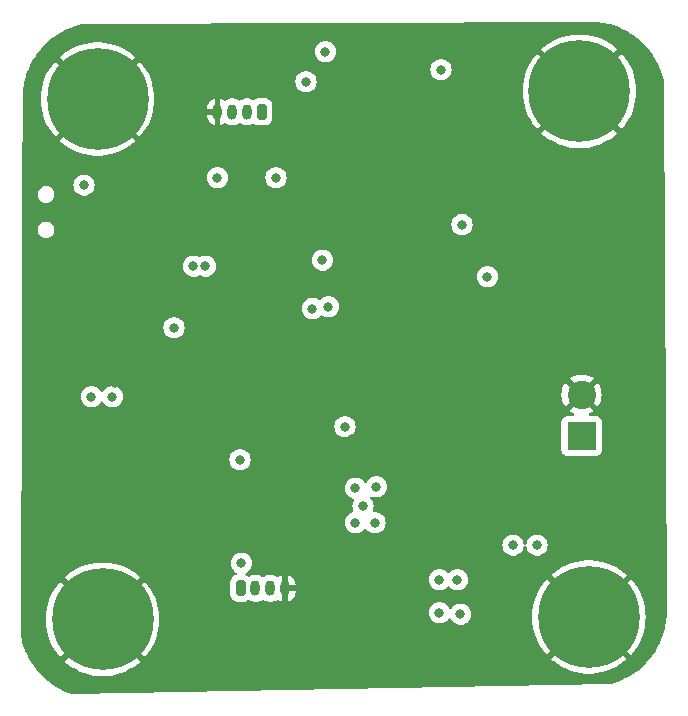
<source format=gbr>
%TF.GenerationSoftware,KiCad,Pcbnew,7.0.2*%
%TF.CreationDate,2023-06-15T10:28:23+05:30*%
%TF.ProjectId,stm32,73746d33-322e-46b6-9963-61645f706362,rev?*%
%TF.SameCoordinates,Original*%
%TF.FileFunction,Copper,L2,Inr*%
%TF.FilePolarity,Positive*%
%FSLAX46Y46*%
G04 Gerber Fmt 4.6, Leading zero omitted, Abs format (unit mm)*
G04 Created by KiCad (PCBNEW 7.0.2) date 2023-06-15 10:28:23*
%MOMM*%
%LPD*%
G01*
G04 APERTURE LIST*
G04 Aperture macros list*
%AMRoundRect*
0 Rectangle with rounded corners*
0 $1 Rounding radius*
0 $2 $3 $4 $5 $6 $7 $8 $9 X,Y pos of 4 corners*
0 Add a 4 corners polygon primitive as box body*
4,1,4,$2,$3,$4,$5,$6,$7,$8,$9,$2,$3,0*
0 Add four circle primitives for the rounded corners*
1,1,$1+$1,$2,$3*
1,1,$1+$1,$4,$5*
1,1,$1+$1,$6,$7*
1,1,$1+$1,$8,$9*
0 Add four rect primitives between the rounded corners*
20,1,$1+$1,$2,$3,$4,$5,0*
20,1,$1+$1,$4,$5,$6,$7,0*
20,1,$1+$1,$6,$7,$8,$9,0*
20,1,$1+$1,$8,$9,$2,$3,0*%
G04 Aperture macros list end*
%TA.AperFunction,ComponentPad*%
%ADD10RoundRect,0.200000X-0.200000X-0.450000X0.200000X-0.450000X0.200000X0.450000X-0.200000X0.450000X0*%
%TD*%
%TA.AperFunction,ComponentPad*%
%ADD11O,0.800000X1.300000*%
%TD*%
%TA.AperFunction,ComponentPad*%
%ADD12R,2.400000X2.400000*%
%TD*%
%TA.AperFunction,ComponentPad*%
%ADD13C,2.400000*%
%TD*%
%TA.AperFunction,ComponentPad*%
%ADD14C,0.900000*%
%TD*%
%TA.AperFunction,ComponentPad*%
%ADD15C,8.600000*%
%TD*%
%TA.AperFunction,ComponentPad*%
%ADD16RoundRect,0.200000X0.200000X0.450000X-0.200000X0.450000X-0.200000X-0.450000X0.200000X-0.450000X0*%
%TD*%
%TA.AperFunction,ViaPad*%
%ADD17C,0.800000*%
%TD*%
G04 APERTURE END LIST*
D10*
%TO.N,+3.3V*%
%TO.C,J3*%
X93657500Y-116682000D03*
D11*
%TO.N,USART3_TX*%
X94907500Y-116682000D03*
%TO.N,USART3_RX*%
X96157500Y-116682000D03*
%TO.N,GND*%
X97407500Y-116682000D03*
%TD*%
D12*
%TO.N,+12V*%
%TO.C,J2*%
X122520000Y-103782000D03*
D13*
%TO.N,GND*%
X122520000Y-100282000D03*
%TD*%
D14*
%TO.N,GND*%
%TO.C,H1*%
X119114581Y-74601581D03*
X120059162Y-72321162D03*
X120059162Y-76882000D03*
X122339581Y-71376581D03*
D15*
X122339581Y-74601581D03*
D14*
X122339581Y-77826581D03*
X124620000Y-72321162D03*
X124620000Y-76882000D03*
X125564581Y-74601581D03*
%TD*%
%TO.N,GND*%
%TO.C,H3*%
X78735600Y-119316800D03*
X79680181Y-117036381D03*
X79680181Y-121597219D03*
X81960600Y-116091800D03*
D15*
X81960600Y-119316800D03*
D14*
X81960600Y-122541800D03*
X84241019Y-117036381D03*
X84241019Y-121597219D03*
X85185600Y-119316800D03*
%TD*%
%TO.N,GND*%
%TO.C,H4*%
X78314581Y-75251581D03*
X79259162Y-72971162D03*
X79259162Y-77532000D03*
X81539581Y-72026581D03*
D15*
X81539581Y-75251581D03*
D14*
X81539581Y-78476581D03*
X83820000Y-72971162D03*
X83820000Y-77532000D03*
X84764581Y-75251581D03*
%TD*%
D16*
%TO.N,+3.3V*%
%TO.C,J4*%
X95445000Y-76332000D03*
D11*
%TO.N,I2C1_SCL*%
X94195000Y-76332000D03*
%TO.N,I2C1_SDA*%
X92945000Y-76332000D03*
%TO.N,GND*%
X91695000Y-76332000D03*
%TD*%
D14*
%TO.N,GND*%
%TO.C,H2*%
X119914581Y-119101581D03*
X120859162Y-116821162D03*
X120859162Y-121382000D03*
X123139581Y-115876581D03*
D15*
X123139581Y-119101581D03*
D14*
X123139581Y-122326581D03*
X125420000Y-116821162D03*
X125420000Y-121382000D03*
X126364581Y-119101581D03*
%TD*%
D17*
%TO.N,+3.3V*%
X110617000Y-72771000D03*
X99187000Y-73787000D03*
X101092000Y-92837000D03*
X104013000Y-109728000D03*
X90678000Y-89408000D03*
%TO.N,GND*%
X114194500Y-85781500D03*
X117094000Y-85598000D03*
X120396000Y-85344000D03*
X102108000Y-89916000D03*
X103759000Y-89027000D03*
X114554000Y-112522000D03*
X116078000Y-118999000D03*
X115697000Y-115570000D03*
X122682000Y-110109000D03*
X117729000Y-97917000D03*
X120904000Y-107442000D03*
X111633000Y-106172000D03*
X117348000Y-102743000D03*
X103124000Y-104013000D03*
X100076000Y-106807000D03*
X87249000Y-104013000D03*
X92329000Y-101600000D03*
X87249000Y-98552000D03*
X83058000Y-99314000D03*
X84201000Y-99822000D03*
X80899000Y-96774000D03*
X85852000Y-94361000D03*
X84328000Y-90805000D03*
X80391000Y-87249000D03*
X87884000Y-91567000D03*
X85598000Y-89535000D03*
X103378000Y-71374000D03*
X102235000Y-71247000D03*
X105918000Y-71501000D03*
X110744000Y-77724000D03*
%TO.N,+3.3V*%
X118745000Y-113030000D03*
X116713000Y-113030000D03*
X112268000Y-118872000D03*
X110490000Y-118745000D03*
X112014000Y-115951000D03*
X110490000Y-115951000D03*
X105029000Y-111125000D03*
X105156000Y-108077000D03*
X103378000Y-108204000D03*
X100838000Y-71247000D03*
X82804000Y-100457000D03*
X103378000Y-111125000D03*
X93726000Y-114554000D03*
X102489000Y-102997000D03*
X93599000Y-105791000D03*
X81026000Y-100457000D03*
X80391000Y-82550000D03*
X90678000Y-89408000D03*
X89662000Y-89408000D03*
%TO.N,+5V*%
X112395000Y-85882500D03*
X114554000Y-90297000D03*
%TO.N,SWDIO*%
X100584000Y-88900000D03*
X99725745Y-93001047D03*
%TO.N,GND*%
X92970500Y-90170000D03*
%TO.N,+3.3V*%
X88011000Y-94615000D03*
X91694000Y-81915000D03*
X96647000Y-81915000D03*
%TD*%
%TA.AperFunction,Conductor*%
%TO.N,GND*%
G36*
X80385631Y-120787718D02*
G01*
X80600590Y-120988476D01*
X80625144Y-121005808D01*
X79975527Y-121655425D01*
X79984076Y-121625379D01*
X79973727Y-121513698D01*
X79923733Y-121413297D01*
X79840847Y-121337735D01*
X79736261Y-121297219D01*
X79652379Y-121297219D01*
X79620705Y-121303139D01*
X80273703Y-120650141D01*
X80385631Y-120787718D01*
G37*
%TD.AperFunction*%
%TA.AperFunction,Conductor*%
G36*
X84294573Y-121297219D02*
G01*
X84213217Y-121297219D01*
X84130769Y-121312631D01*
X84035409Y-121371676D01*
X83967818Y-121461181D01*
X83937124Y-121569059D01*
X83945071Y-121654825D01*
X83296055Y-121005808D01*
X83320610Y-120988476D01*
X83535569Y-120787718D01*
X83647495Y-120650142D01*
X84294573Y-121297219D01*
G37*
%TD.AperFunction*%
%TA.AperFunction,Conductor*%
G36*
X80625145Y-117627791D02*
G01*
X80600590Y-117645124D01*
X80385631Y-117845882D01*
X80273704Y-117983457D01*
X79626628Y-117336381D01*
X79707983Y-117336381D01*
X79790431Y-117320969D01*
X79885791Y-117261924D01*
X79953382Y-117172419D01*
X79984076Y-117064541D01*
X79976128Y-116978774D01*
X80625145Y-117627791D01*
G37*
%TD.AperFunction*%
%TA.AperFunction,Conductor*%
G36*
X83937124Y-117008221D02*
G01*
X83947473Y-117119902D01*
X83997467Y-117220303D01*
X84080353Y-117295865D01*
X84184939Y-117336381D01*
X84268821Y-117336381D01*
X84300490Y-117330461D01*
X83647494Y-117983456D01*
X83535569Y-117845882D01*
X83320610Y-117645124D01*
X83296053Y-117627790D01*
X83945674Y-116978169D01*
X83937124Y-117008221D01*
G37*
%TD.AperFunction*%
%TA.AperFunction,Conductor*%
G36*
X121564612Y-120572499D02*
G01*
X121779571Y-120773257D01*
X121804125Y-120790589D01*
X121154508Y-121440206D01*
X121163057Y-121410160D01*
X121152708Y-121298479D01*
X121102714Y-121198078D01*
X121019828Y-121122516D01*
X120915242Y-121082000D01*
X120831360Y-121082000D01*
X120799686Y-121087920D01*
X121452684Y-120434922D01*
X121564612Y-120572499D01*
G37*
%TD.AperFunction*%
%TA.AperFunction,Conductor*%
G36*
X125473553Y-121082000D02*
G01*
X125392198Y-121082000D01*
X125309750Y-121097412D01*
X125214390Y-121156457D01*
X125146799Y-121245962D01*
X125116105Y-121353840D01*
X125124052Y-121439606D01*
X124475036Y-120790589D01*
X124499591Y-120773257D01*
X124714550Y-120572499D01*
X124826476Y-120434923D01*
X125473553Y-121082000D01*
G37*
%TD.AperFunction*%
%TA.AperFunction,Conductor*%
G36*
X121804126Y-117412572D02*
G01*
X121779571Y-117429905D01*
X121564612Y-117630663D01*
X121452685Y-117768239D01*
X120805608Y-117121162D01*
X120886964Y-117121162D01*
X120969412Y-117105750D01*
X121064772Y-117046705D01*
X121132363Y-116957200D01*
X121163057Y-116849322D01*
X121155109Y-116763555D01*
X121804126Y-117412572D01*
G37*
%TD.AperFunction*%
%TA.AperFunction,Conductor*%
G36*
X125116105Y-116793002D02*
G01*
X125126454Y-116904683D01*
X125176448Y-117005084D01*
X125259334Y-117080646D01*
X125363920Y-117121162D01*
X125447802Y-117121162D01*
X125479470Y-117115242D01*
X124826475Y-117768237D01*
X124714550Y-117630663D01*
X124499591Y-117429905D01*
X124475034Y-117412571D01*
X125124655Y-116762950D01*
X125116105Y-116793002D01*
G37*
%TD.AperFunction*%
%TA.AperFunction,Conductor*%
G36*
X79964612Y-76722499D02*
G01*
X80179571Y-76923257D01*
X80204125Y-76940589D01*
X79554508Y-77590206D01*
X79563057Y-77560160D01*
X79552708Y-77448479D01*
X79502714Y-77348078D01*
X79419828Y-77272516D01*
X79315242Y-77232000D01*
X79231360Y-77232000D01*
X79199686Y-77237920D01*
X79852684Y-76584922D01*
X79964612Y-76722499D01*
G37*
%TD.AperFunction*%
%TA.AperFunction,Conductor*%
G36*
X83873554Y-77232000D02*
G01*
X83792198Y-77232000D01*
X83709750Y-77247412D01*
X83614390Y-77306457D01*
X83546799Y-77395962D01*
X83516105Y-77503840D01*
X83524052Y-77589606D01*
X82875036Y-76940589D01*
X82899591Y-76923257D01*
X83114550Y-76722499D01*
X83226476Y-76584922D01*
X83873554Y-77232000D01*
G37*
%TD.AperFunction*%
%TA.AperFunction,Conductor*%
G36*
X80204126Y-73562572D02*
G01*
X80179571Y-73579905D01*
X79964612Y-73780663D01*
X79852685Y-73918238D01*
X79205609Y-73271162D01*
X79286964Y-73271162D01*
X79369412Y-73255750D01*
X79464772Y-73196705D01*
X79532363Y-73107200D01*
X79563057Y-72999322D01*
X79555109Y-72913555D01*
X80204126Y-73562572D01*
G37*
%TD.AperFunction*%
%TA.AperFunction,Conductor*%
G36*
X83516105Y-72943002D02*
G01*
X83526454Y-73054683D01*
X83576448Y-73155084D01*
X83659334Y-73230646D01*
X83763920Y-73271162D01*
X83847802Y-73271162D01*
X83879471Y-73265242D01*
X83226475Y-73918237D01*
X83114550Y-73780663D01*
X82899591Y-73579905D01*
X82875034Y-73562571D01*
X83524655Y-72912950D01*
X83516105Y-72943002D01*
G37*
%TD.AperFunction*%
%TA.AperFunction,Conductor*%
G36*
X120764612Y-76072499D02*
G01*
X120979571Y-76273257D01*
X121004125Y-76290589D01*
X120354508Y-76940206D01*
X120363057Y-76910160D01*
X120352708Y-76798479D01*
X120302714Y-76698078D01*
X120219828Y-76622516D01*
X120115242Y-76582000D01*
X120031360Y-76582000D01*
X119999686Y-76587920D01*
X120652684Y-75934922D01*
X120764612Y-76072499D01*
G37*
%TD.AperFunction*%
%TA.AperFunction,Conductor*%
G36*
X124673554Y-76582000D02*
G01*
X124592198Y-76582000D01*
X124509750Y-76597412D01*
X124414390Y-76656457D01*
X124346799Y-76745962D01*
X124316105Y-76853840D01*
X124324052Y-76939606D01*
X123675036Y-76290589D01*
X123699591Y-76273257D01*
X123914550Y-76072499D01*
X124026476Y-75934923D01*
X124673554Y-76582000D01*
G37*
%TD.AperFunction*%
%TA.AperFunction,Conductor*%
G36*
X121004126Y-72912572D02*
G01*
X120979571Y-72929905D01*
X120764612Y-73130663D01*
X120652685Y-73268239D01*
X120005608Y-72621162D01*
X120086964Y-72621162D01*
X120169412Y-72605750D01*
X120264772Y-72546705D01*
X120332363Y-72457200D01*
X120363057Y-72349322D01*
X120355109Y-72263555D01*
X121004126Y-72912572D01*
G37*
%TD.AperFunction*%
%TA.AperFunction,Conductor*%
G36*
X124316105Y-72293002D02*
G01*
X124326454Y-72404683D01*
X124376448Y-72505084D01*
X124459334Y-72580646D01*
X124563920Y-72621162D01*
X124647802Y-72621162D01*
X124679471Y-72615242D01*
X124026475Y-73268237D01*
X123914550Y-73130663D01*
X123699591Y-72929905D01*
X123675034Y-72912571D01*
X124324655Y-72262950D01*
X124316105Y-72293002D01*
G37*
%TD.AperFunction*%
%TA.AperFunction,Conductor*%
G36*
X123272630Y-68697308D02*
G01*
X123490925Y-68705696D01*
X123763487Y-68716787D01*
X123772624Y-68717501D01*
X124014687Y-68745515D01*
X124264929Y-68776196D01*
X124273501Y-68777553D01*
X124516942Y-68824884D01*
X124760185Y-68875036D01*
X124768014Y-68876919D01*
X125009007Y-68943316D01*
X125246034Y-69012671D01*
X125253107Y-69014976D01*
X125488287Y-69099668D01*
X125490602Y-69100528D01*
X125719441Y-69188232D01*
X125725825Y-69190888D01*
X125954273Y-69293583D01*
X125956998Y-69294849D01*
X126177497Y-69400634D01*
X126183180Y-69403545D01*
X126403316Y-69523600D01*
X126406459Y-69525375D01*
X126617339Y-69648551D01*
X126622311Y-69651615D01*
X126732134Y-69722956D01*
X126832717Y-69788295D01*
X126836201Y-69790643D01*
X127036216Y-69930431D01*
X127040512Y-69933573D01*
X127170370Y-70032888D01*
X127239839Y-70086017D01*
X127243558Y-70088975D01*
X127359121Y-70184609D01*
X127431547Y-70244544D01*
X127435149Y-70247643D01*
X127589679Y-70385856D01*
X127622204Y-70414946D01*
X127626094Y-70418579D01*
X127800847Y-70588930D01*
X127803805Y-70591913D01*
X127977398Y-70773002D01*
X127981367Y-70777344D01*
X128141796Y-70961436D01*
X128144148Y-70964216D01*
X128303239Y-71157977D01*
X128307196Y-71163060D01*
X128452307Y-71359803D01*
X128454106Y-71362306D01*
X128597693Y-71567467D01*
X128601544Y-71573315D01*
X128730485Y-71781672D01*
X128731790Y-71783829D01*
X128858910Y-71998894D01*
X128862558Y-72005519D01*
X128975012Y-72225354D01*
X128984832Y-72245323D01*
X129085300Y-72449636D01*
X129088640Y-72457031D01*
X129183414Y-72686610D01*
X129275428Y-72916848D01*
X129278365Y-72925014D01*
X129355338Y-73165165D01*
X129428118Y-73397648D01*
X129430548Y-73406564D01*
X129492367Y-73671973D01*
X129538965Y-73874101D01*
X129542133Y-73901420D01*
X129735480Y-118608418D01*
X129735390Y-118613715D01*
X129726572Y-118843223D01*
X129715998Y-119103780D01*
X129715278Y-119113007D01*
X129686243Y-119363905D01*
X129656657Y-119605220D01*
X129655300Y-119613794D01*
X129606883Y-119862826D01*
X129557901Y-120100397D01*
X129556002Y-120108290D01*
X129488448Y-120353486D01*
X129420360Y-120586185D01*
X129418018Y-120593368D01*
X129332128Y-120831873D01*
X129331250Y-120834236D01*
X129244886Y-121059582D01*
X129242196Y-121066048D01*
X129138223Y-121297335D01*
X129136925Y-121300129D01*
X129032594Y-121517598D01*
X129029657Y-121523333D01*
X128908205Y-121746028D01*
X128906414Y-121749199D01*
X128784793Y-121957415D01*
X128781707Y-121962422D01*
X128643536Y-122175124D01*
X128641188Y-122178609D01*
X128503055Y-122376254D01*
X128499913Y-122380550D01*
X128345782Y-122582079D01*
X128342817Y-122585805D01*
X128189139Y-122771508D01*
X128186033Y-122775118D01*
X128016886Y-122964233D01*
X128013253Y-122968124D01*
X127844957Y-123140766D01*
X127841973Y-123143724D01*
X127658844Y-123319269D01*
X127654503Y-123323237D01*
X127472724Y-123481650D01*
X127469943Y-123484003D01*
X127273882Y-123644979D01*
X127268799Y-123648936D01*
X127074708Y-123792088D01*
X127072205Y-123793886D01*
X126864442Y-123939292D01*
X126858594Y-123943144D01*
X126653373Y-124070142D01*
X126651215Y-124071447D01*
X126433004Y-124200423D01*
X126426380Y-124204071D01*
X126210530Y-124314483D01*
X125982280Y-124426719D01*
X125974884Y-124430059D01*
X125750687Y-124522607D01*
X125515097Y-124616759D01*
X125506930Y-124619695D01*
X125275374Y-124693910D01*
X125034339Y-124769365D01*
X125025423Y-124771795D01*
X124895849Y-124801973D01*
X124870018Y-124805184D01*
X79434556Y-125646581D01*
X79397434Y-125641611D01*
X79365807Y-125632356D01*
X79358620Y-125630013D01*
X79120124Y-125544128D01*
X79117761Y-125543250D01*
X78892416Y-125456886D01*
X78885950Y-125454196D01*
X78654663Y-125350223D01*
X78651869Y-125348925D01*
X78434400Y-125244594D01*
X78428665Y-125241657D01*
X78205970Y-125120205D01*
X78202799Y-125118414D01*
X77994583Y-124996793D01*
X77989576Y-124993707D01*
X77776874Y-124855536D01*
X77773389Y-124853188D01*
X77704703Y-124805184D01*
X77575744Y-124715055D01*
X77571448Y-124711913D01*
X77369919Y-124557782D01*
X77366193Y-124554817D01*
X77180490Y-124401139D01*
X77176880Y-124398033D01*
X77118349Y-124345682D01*
X76987742Y-124228864D01*
X76983898Y-124225275D01*
X76811232Y-124056957D01*
X76808274Y-124053973D01*
X76632729Y-123870844D01*
X76628761Y-123866503D01*
X76470348Y-123684724D01*
X76468020Y-123681972D01*
X76307019Y-123485882D01*
X76303073Y-123480814D01*
X76159878Y-123286664D01*
X76158112Y-123284205D01*
X76038287Y-123112993D01*
X76012703Y-123076437D01*
X76008854Y-123070594D01*
X75893059Y-122883476D01*
X75881838Y-122865343D01*
X75880551Y-122863215D01*
X75878526Y-122859789D01*
X75751561Y-122644979D01*
X75747934Y-122638392D01*
X75685615Y-122516561D01*
X75637516Y-122422529D01*
X75525279Y-122194280D01*
X75521945Y-122186900D01*
X75429391Y-121962687D01*
X75396760Y-121881037D01*
X75335224Y-121727058D01*
X75332309Y-121718949D01*
X75258116Y-121487460D01*
X75182620Y-121246292D01*
X75180211Y-121237452D01*
X75124167Y-120996824D01*
X75072062Y-120770798D01*
X75068895Y-120742579D01*
X75069401Y-120572499D01*
X75073128Y-119319583D01*
X77155887Y-119319583D01*
X77174980Y-119744724D01*
X77175477Y-119750252D01*
X77232604Y-120171977D01*
X77233598Y-120177454D01*
X77328297Y-120592357D01*
X77329773Y-120597705D01*
X77461278Y-121002437D01*
X77463244Y-121007676D01*
X77630493Y-121398972D01*
X77632910Y-121403993D01*
X77834575Y-121778749D01*
X77837427Y-121783522D01*
X78071867Y-122138685D01*
X78075140Y-122143191D01*
X78340479Y-122475914D01*
X78344143Y-122480108D01*
X78392823Y-122531022D01*
X79384835Y-121539009D01*
X79376286Y-121569059D01*
X79386635Y-121680740D01*
X79436629Y-121781141D01*
X79519515Y-121856703D01*
X79624101Y-121897219D01*
X79707983Y-121897219D01*
X79739653Y-121891298D01*
X78747477Y-122883475D01*
X78962740Y-123071545D01*
X78967082Y-123075008D01*
X79311375Y-123325151D01*
X79316012Y-123328212D01*
X79681363Y-123546500D01*
X79686234Y-123549121D01*
X80069665Y-123733771D01*
X80074792Y-123735963D01*
X80473212Y-123885492D01*
X80478510Y-123887213D01*
X80888733Y-124000428D01*
X80894168Y-124001669D01*
X81312890Y-124077655D01*
X81318400Y-124078402D01*
X81742268Y-124116551D01*
X81747809Y-124116800D01*
X82173391Y-124116800D01*
X82178931Y-124116551D01*
X82602799Y-124078402D01*
X82608309Y-124077655D01*
X83027031Y-124001669D01*
X83032466Y-124000428D01*
X83442689Y-123887213D01*
X83447987Y-123885492D01*
X83846407Y-123735963D01*
X83851534Y-123733771D01*
X84234965Y-123549121D01*
X84239836Y-123546500D01*
X84605187Y-123328212D01*
X84609824Y-123325151D01*
X84954105Y-123075016D01*
X84958477Y-123071530D01*
X85173721Y-122883476D01*
X85173721Y-122883475D01*
X84187465Y-121897219D01*
X84268821Y-121897219D01*
X84351269Y-121881807D01*
X84446629Y-121822762D01*
X84514220Y-121733257D01*
X84544914Y-121625379D01*
X84536966Y-121539612D01*
X85528375Y-122531021D01*
X85577067Y-122480095D01*
X85580719Y-122475915D01*
X85846059Y-122143191D01*
X85849332Y-122138685D01*
X86083772Y-121783522D01*
X86086624Y-121778749D01*
X86288289Y-121403993D01*
X86290706Y-121398972D01*
X86457955Y-121007676D01*
X86459921Y-121002437D01*
X86591426Y-120597705D01*
X86592902Y-120592357D01*
X86687601Y-120177454D01*
X86688595Y-120171977D01*
X86745722Y-119750252D01*
X86746219Y-119744724D01*
X86765312Y-119319583D01*
X86765312Y-119314016D01*
X86746219Y-118888875D01*
X86745722Y-118883347D01*
X86726981Y-118745000D01*
X109584540Y-118745000D01*
X109604326Y-118933257D01*
X109662820Y-119113284D01*
X109757466Y-119277216D01*
X109884129Y-119417889D01*
X110037269Y-119529151D01*
X110210197Y-119606144D01*
X110395352Y-119645500D01*
X110395354Y-119645500D01*
X110584648Y-119645500D01*
X110733812Y-119613794D01*
X110769803Y-119606144D01*
X110942730Y-119529151D01*
X111044606Y-119455134D01*
X111095870Y-119417889D01*
X111177596Y-119327124D01*
X111222533Y-119277216D01*
X111234950Y-119255708D01*
X111285516Y-119207492D01*
X111354123Y-119194268D01*
X111418988Y-119220235D01*
X111449725Y-119255707D01*
X111535466Y-119404216D01*
X111662129Y-119544889D01*
X111815269Y-119656151D01*
X111988197Y-119733144D01*
X112173352Y-119772500D01*
X112173354Y-119772500D01*
X112362648Y-119772500D01*
X112493323Y-119744724D01*
X112547803Y-119733144D01*
X112720730Y-119656151D01*
X112796105Y-119601388D01*
X112873870Y-119544889D01*
X112876163Y-119542343D01*
X113000533Y-119404216D01*
X113095179Y-119240284D01*
X113139342Y-119104364D01*
X118334868Y-119104364D01*
X118353961Y-119529505D01*
X118354458Y-119535033D01*
X118411585Y-119956758D01*
X118412579Y-119962235D01*
X118507278Y-120377138D01*
X118508754Y-120382486D01*
X118640259Y-120787218D01*
X118642225Y-120792457D01*
X118809474Y-121183753D01*
X118811891Y-121188774D01*
X119013556Y-121563530D01*
X119016408Y-121568303D01*
X119250848Y-121923466D01*
X119254121Y-121927972D01*
X119519460Y-122260695D01*
X119523124Y-122264889D01*
X119571804Y-122315803D01*
X120563816Y-121323790D01*
X120555267Y-121353840D01*
X120565616Y-121465521D01*
X120615610Y-121565922D01*
X120698496Y-121641484D01*
X120803082Y-121682000D01*
X120886964Y-121682000D01*
X120918634Y-121676079D01*
X119926458Y-122668256D01*
X120141721Y-122856326D01*
X120146063Y-122859789D01*
X120490356Y-123109932D01*
X120494993Y-123112993D01*
X120860344Y-123331281D01*
X120865215Y-123333902D01*
X121248646Y-123518552D01*
X121253773Y-123520744D01*
X121652193Y-123670273D01*
X121657491Y-123671994D01*
X122067714Y-123785209D01*
X122073149Y-123786450D01*
X122491871Y-123862436D01*
X122497381Y-123863183D01*
X122921249Y-123901332D01*
X122926790Y-123901581D01*
X123352372Y-123901581D01*
X123357912Y-123901332D01*
X123781780Y-123863183D01*
X123787290Y-123862436D01*
X124206012Y-123786450D01*
X124211447Y-123785209D01*
X124621670Y-123671994D01*
X124626968Y-123670273D01*
X125025388Y-123520744D01*
X125030515Y-123518552D01*
X125413946Y-123333902D01*
X125418817Y-123331281D01*
X125784168Y-123112993D01*
X125788805Y-123109932D01*
X126133086Y-122859797D01*
X126137458Y-122856311D01*
X126352702Y-122668257D01*
X126352702Y-122668256D01*
X125366446Y-121682000D01*
X125447802Y-121682000D01*
X125530250Y-121666588D01*
X125625610Y-121607543D01*
X125693201Y-121518038D01*
X125723895Y-121410160D01*
X125715947Y-121324394D01*
X126707356Y-122315803D01*
X126707357Y-122315803D01*
X126756038Y-122264888D01*
X126759700Y-122260696D01*
X127025040Y-121927972D01*
X127028313Y-121923466D01*
X127262753Y-121568303D01*
X127265605Y-121563530D01*
X127467270Y-121188774D01*
X127469687Y-121183753D01*
X127636936Y-120792457D01*
X127638902Y-120787218D01*
X127770407Y-120382486D01*
X127771883Y-120377138D01*
X127866582Y-119962235D01*
X127867576Y-119956758D01*
X127924703Y-119535033D01*
X127925200Y-119529505D01*
X127944294Y-119104364D01*
X127944294Y-119098797D01*
X127925200Y-118673656D01*
X127924703Y-118668128D01*
X127867576Y-118246403D01*
X127866582Y-118240926D01*
X127771883Y-117826023D01*
X127770407Y-117820675D01*
X127638902Y-117415943D01*
X127636936Y-117410704D01*
X127469687Y-117019408D01*
X127467270Y-117014387D01*
X127265605Y-116639631D01*
X127262753Y-116634858D01*
X127028313Y-116279695D01*
X127025040Y-116275189D01*
X126759701Y-115942466D01*
X126756037Y-115938272D01*
X126707356Y-115887357D01*
X125715346Y-116879366D01*
X125723895Y-116849322D01*
X125713546Y-116737641D01*
X125663552Y-116637240D01*
X125580666Y-116561678D01*
X125476080Y-116521162D01*
X125392198Y-116521162D01*
X125360522Y-116527083D01*
X126352702Y-115534904D01*
X126137440Y-115346835D01*
X126133098Y-115343372D01*
X125788805Y-115093229D01*
X125784168Y-115090168D01*
X125418817Y-114871880D01*
X125413946Y-114869259D01*
X125030515Y-114684609D01*
X125025388Y-114682417D01*
X124626968Y-114532888D01*
X124621670Y-114531167D01*
X124211447Y-114417952D01*
X124206012Y-114416711D01*
X123787290Y-114340725D01*
X123781780Y-114339978D01*
X123357912Y-114301829D01*
X123352372Y-114301581D01*
X122926790Y-114301581D01*
X122921249Y-114301829D01*
X122497381Y-114339978D01*
X122491871Y-114340725D01*
X122073149Y-114416711D01*
X122067714Y-114417952D01*
X121657491Y-114531167D01*
X121652193Y-114532888D01*
X121253773Y-114682417D01*
X121248646Y-114684609D01*
X120865215Y-114869259D01*
X120860344Y-114871880D01*
X120494993Y-115090168D01*
X120490356Y-115093229D01*
X120146063Y-115343372D01*
X120141721Y-115346835D01*
X119926458Y-115534903D01*
X119926458Y-115534904D01*
X120912716Y-116521162D01*
X120831360Y-116521162D01*
X120748912Y-116536574D01*
X120653552Y-116595619D01*
X120585961Y-116685124D01*
X120555267Y-116793002D01*
X120563214Y-116878768D01*
X119571804Y-115887358D01*
X119523124Y-115938273D01*
X119519455Y-115942472D01*
X119254121Y-116275189D01*
X119250848Y-116279695D01*
X119016408Y-116634858D01*
X119013556Y-116639631D01*
X118811891Y-117014387D01*
X118809474Y-117019408D01*
X118642225Y-117410704D01*
X118640259Y-117415943D01*
X118508754Y-117820675D01*
X118507278Y-117826023D01*
X118412579Y-118240926D01*
X118411585Y-118246403D01*
X118354458Y-118668128D01*
X118353961Y-118673656D01*
X118334868Y-119098797D01*
X118334868Y-119104364D01*
X113139342Y-119104364D01*
X113153674Y-119060256D01*
X113173460Y-118872000D01*
X113153674Y-118683744D01*
X113095179Y-118503716D01*
X113095179Y-118503715D01*
X113000533Y-118339783D01*
X112873870Y-118199110D01*
X112720730Y-118087848D01*
X112547802Y-118010855D01*
X112362648Y-117971500D01*
X112362646Y-117971500D01*
X112173354Y-117971500D01*
X112173352Y-117971500D01*
X111988197Y-118010855D01*
X111815269Y-118087848D01*
X111662129Y-118199110D01*
X111535466Y-118339784D01*
X111523047Y-118361294D01*
X111472479Y-118409509D01*
X111403872Y-118422730D01*
X111339008Y-118396761D01*
X111308274Y-118361292D01*
X111222533Y-118212783D01*
X111095870Y-118072110D01*
X110942730Y-117960848D01*
X110769802Y-117883855D01*
X110584648Y-117844500D01*
X110584646Y-117844500D01*
X110395354Y-117844500D01*
X110395352Y-117844500D01*
X110210197Y-117883855D01*
X110037269Y-117960848D01*
X109884129Y-118072110D01*
X109757466Y-118212783D01*
X109662820Y-118376715D01*
X109604326Y-118556742D01*
X109584540Y-118745000D01*
X86726981Y-118745000D01*
X86688595Y-118461622D01*
X86687601Y-118456145D01*
X86592902Y-118041242D01*
X86591426Y-118035894D01*
X86459921Y-117631162D01*
X86457955Y-117625923D01*
X86290706Y-117234627D01*
X86288289Y-117229606D01*
X86266231Y-117188616D01*
X92757000Y-117188616D01*
X92757254Y-117191420D01*
X92757255Y-117191424D01*
X92763413Y-117259193D01*
X92763414Y-117259196D01*
X92814022Y-117421606D01*
X92814023Y-117421607D01*
X92902028Y-117567186D01*
X93022313Y-117687471D01*
X93022315Y-117687472D01*
X93167894Y-117775478D01*
X93330304Y-117826086D01*
X93400884Y-117832500D01*
X93403703Y-117832500D01*
X93911297Y-117832500D01*
X93914116Y-117832500D01*
X93984696Y-117826086D01*
X94147106Y-117775478D01*
X94289169Y-117689596D01*
X94356721Y-117671761D01*
X94423195Y-117693278D01*
X94426201Y-117695394D01*
X94454770Y-117716151D01*
X94454771Y-117716151D01*
X94454772Y-117716152D01*
X94627697Y-117793144D01*
X94812852Y-117832500D01*
X94812854Y-117832500D01*
X95002148Y-117832500D01*
X95159917Y-117798965D01*
X95187303Y-117793144D01*
X95360230Y-117716151D01*
X95459615Y-117643943D01*
X95525421Y-117620464D01*
X95593474Y-117636289D01*
X95605378Y-117643939D01*
X95704770Y-117716151D01*
X95704771Y-117716151D01*
X95704772Y-117716152D01*
X95877697Y-117793144D01*
X96062852Y-117832500D01*
X96062854Y-117832500D01*
X96252148Y-117832500D01*
X96409917Y-117798965D01*
X96437303Y-117793144D01*
X96506693Y-117762248D01*
X96610227Y-117716153D01*
X96610230Y-117716151D01*
X96710041Y-117643634D01*
X96775845Y-117620155D01*
X96843899Y-117635980D01*
X96855811Y-117643635D01*
X96955021Y-117715716D01*
X97127853Y-117792664D01*
X97157500Y-117798965D01*
X97157500Y-116706623D01*
X97172005Y-116779545D01*
X97227260Y-116862240D01*
X97309955Y-116917495D01*
X97382876Y-116932000D01*
X97432124Y-116932000D01*
X97657500Y-116932000D01*
X97657500Y-117798965D01*
X97687146Y-117792664D01*
X97859978Y-117715716D01*
X98013035Y-117604513D01*
X98139626Y-117463920D01*
X98234219Y-117300079D01*
X98292681Y-117120152D01*
X98307161Y-116982383D01*
X98307500Y-116975922D01*
X98307500Y-116932000D01*
X97657500Y-116932000D01*
X97432124Y-116932000D01*
X97505045Y-116917495D01*
X97587740Y-116862240D01*
X97642995Y-116779545D01*
X97662398Y-116682000D01*
X97642995Y-116584455D01*
X97587740Y-116501760D01*
X97505045Y-116446505D01*
X97432124Y-116432000D01*
X97382876Y-116432000D01*
X97309955Y-116446505D01*
X97227260Y-116501760D01*
X97172005Y-116584455D01*
X97157500Y-116657376D01*
X97157500Y-115565033D01*
X97657500Y-115565033D01*
X97657500Y-116432000D01*
X98307500Y-116432000D01*
X98307500Y-116388077D01*
X98307161Y-116381616D01*
X98292681Y-116243847D01*
X98234219Y-116063920D01*
X98169025Y-115951000D01*
X109584540Y-115951000D01*
X109604326Y-116139257D01*
X109662820Y-116319284D01*
X109757466Y-116483216D01*
X109884129Y-116623889D01*
X110037269Y-116735151D01*
X110210197Y-116812144D01*
X110395352Y-116851500D01*
X110395354Y-116851500D01*
X110584648Y-116851500D01*
X110708084Y-116825262D01*
X110769803Y-116812144D01*
X110942730Y-116735151D01*
X111011587Y-116685124D01*
X111095870Y-116623889D01*
X111095871Y-116623888D01*
X111159850Y-116552831D01*
X111219336Y-116516183D01*
X111289193Y-116517513D01*
X111344150Y-116552832D01*
X111408129Y-116623889D01*
X111561269Y-116735151D01*
X111734197Y-116812144D01*
X111919352Y-116851500D01*
X111919354Y-116851500D01*
X112108648Y-116851500D01*
X112232084Y-116825262D01*
X112293803Y-116812144D01*
X112466730Y-116735151D01*
X112535587Y-116685124D01*
X112619870Y-116623889D01*
X112746533Y-116483216D01*
X112841179Y-116319284D01*
X112865690Y-116243847D01*
X112899674Y-116139256D01*
X112919460Y-115951000D01*
X112899674Y-115762744D01*
X112852350Y-115617097D01*
X112841179Y-115582715D01*
X112746533Y-115418783D01*
X112619870Y-115278110D01*
X112466730Y-115166848D01*
X112293802Y-115089855D01*
X112108648Y-115050500D01*
X112108646Y-115050500D01*
X111919354Y-115050500D01*
X111919352Y-115050500D01*
X111734197Y-115089855D01*
X111561269Y-115166848D01*
X111408129Y-115278110D01*
X111344150Y-115349167D01*
X111284663Y-115385816D01*
X111214806Y-115384485D01*
X111159850Y-115349167D01*
X111095870Y-115278110D01*
X110942730Y-115166848D01*
X110769802Y-115089855D01*
X110584648Y-115050500D01*
X110584646Y-115050500D01*
X110395354Y-115050500D01*
X110395352Y-115050500D01*
X110210197Y-115089855D01*
X110037269Y-115166848D01*
X109884129Y-115278110D01*
X109757466Y-115418783D01*
X109662820Y-115582715D01*
X109604326Y-115762742D01*
X109584540Y-115951000D01*
X98169025Y-115951000D01*
X98139626Y-115900079D01*
X98013032Y-115759484D01*
X97859982Y-115648285D01*
X97687146Y-115571335D01*
X97657500Y-115565033D01*
X97157500Y-115565033D01*
X97127853Y-115571335D01*
X96955018Y-115648285D01*
X96855810Y-115720364D01*
X96790004Y-115743844D01*
X96721950Y-115728018D01*
X96710040Y-115720364D01*
X96610230Y-115647848D01*
X96437302Y-115570855D01*
X96252148Y-115531500D01*
X96252146Y-115531500D01*
X96062854Y-115531500D01*
X96062852Y-115531500D01*
X95877697Y-115570855D01*
X95704769Y-115647848D01*
X95605385Y-115720055D01*
X95539579Y-115743535D01*
X95471525Y-115727709D01*
X95459615Y-115720055D01*
X95360230Y-115647848D01*
X95187302Y-115570855D01*
X95002148Y-115531500D01*
X95002146Y-115531500D01*
X94812854Y-115531500D01*
X94812852Y-115531500D01*
X94627697Y-115570855D01*
X94454768Y-115647849D01*
X94426200Y-115668604D01*
X94360393Y-115692082D01*
X94292340Y-115676255D01*
X94289168Y-115674401D01*
X94172508Y-115603878D01*
X94147106Y-115588522D01*
X94147105Y-115588521D01*
X94134221Y-115580733D01*
X94134846Y-115579697D01*
X94090814Y-115550363D01*
X94062840Y-115486338D01*
X94073921Y-115417353D01*
X94120540Y-115365310D01*
X94135418Y-115357435D01*
X94178731Y-115338151D01*
X94331870Y-115226889D01*
X94385931Y-115166849D01*
X94458533Y-115086216D01*
X94553179Y-114922284D01*
X94611674Y-114742256D01*
X94631460Y-114554000D01*
X94611674Y-114365744D01*
X94553179Y-114185716D01*
X94553179Y-114185715D01*
X94458533Y-114021783D01*
X94331870Y-113881110D01*
X94178730Y-113769848D01*
X94005802Y-113692855D01*
X93820648Y-113653500D01*
X93820646Y-113653500D01*
X93631354Y-113653500D01*
X93631352Y-113653500D01*
X93446197Y-113692855D01*
X93273269Y-113769848D01*
X93120129Y-113881110D01*
X92993466Y-114021783D01*
X92898820Y-114185715D01*
X92840326Y-114365742D01*
X92820540Y-114553999D01*
X92840326Y-114742257D01*
X92898820Y-114922284D01*
X92993466Y-115086216D01*
X93120129Y-115226889D01*
X93282947Y-115345183D01*
X93325613Y-115400513D01*
X93331592Y-115470126D01*
X93298986Y-115531921D01*
X93246952Y-115563886D01*
X93167896Y-115588520D01*
X93022313Y-115676528D01*
X92902028Y-115796813D01*
X92816514Y-115938272D01*
X92814022Y-115942394D01*
X92808504Y-115960102D01*
X92763413Y-116104806D01*
X92757255Y-116172575D01*
X92757000Y-116175384D01*
X92757000Y-117188616D01*
X86266231Y-117188616D01*
X86086624Y-116854850D01*
X86083772Y-116850077D01*
X85849332Y-116494914D01*
X85846059Y-116490408D01*
X85580720Y-116157685D01*
X85577056Y-116153491D01*
X85528375Y-116102576D01*
X84536365Y-117094585D01*
X84544914Y-117064541D01*
X84534565Y-116952860D01*
X84484571Y-116852459D01*
X84401685Y-116776897D01*
X84297099Y-116736381D01*
X84213217Y-116736381D01*
X84181541Y-116742302D01*
X85173721Y-115750123D01*
X84958459Y-115562054D01*
X84954117Y-115558591D01*
X84609824Y-115308448D01*
X84605187Y-115305387D01*
X84239836Y-115087099D01*
X84234965Y-115084478D01*
X83851534Y-114899828D01*
X83846407Y-114897636D01*
X83447987Y-114748107D01*
X83442689Y-114746386D01*
X83032466Y-114633171D01*
X83027031Y-114631930D01*
X82608309Y-114555944D01*
X82602799Y-114555197D01*
X82178931Y-114517048D01*
X82173391Y-114516800D01*
X81747809Y-114516800D01*
X81742268Y-114517048D01*
X81318400Y-114555197D01*
X81312890Y-114555944D01*
X80894168Y-114631930D01*
X80888733Y-114633171D01*
X80478510Y-114746386D01*
X80473212Y-114748107D01*
X80074792Y-114897636D01*
X80069665Y-114899828D01*
X79686234Y-115084478D01*
X79681363Y-115087099D01*
X79316012Y-115305387D01*
X79311375Y-115308448D01*
X78967082Y-115558591D01*
X78962740Y-115562054D01*
X78747477Y-115750122D01*
X78747477Y-115750123D01*
X79733735Y-116736381D01*
X79652379Y-116736381D01*
X79569931Y-116751793D01*
X79474571Y-116810838D01*
X79406980Y-116900343D01*
X79376286Y-117008221D01*
X79384233Y-117093986D01*
X78392824Y-116102577D01*
X78392823Y-116102577D01*
X78344143Y-116153492D01*
X78340474Y-116157691D01*
X78075140Y-116490408D01*
X78071867Y-116494914D01*
X77837427Y-116850077D01*
X77834575Y-116854850D01*
X77632910Y-117229606D01*
X77630493Y-117234627D01*
X77463244Y-117625923D01*
X77461278Y-117631162D01*
X77329773Y-118035894D01*
X77328297Y-118041242D01*
X77233598Y-118456145D01*
X77232604Y-118461622D01*
X77175477Y-118883347D01*
X77174980Y-118888875D01*
X77155887Y-119314016D01*
X77155887Y-119319583D01*
X75073128Y-119319583D01*
X75091837Y-113029999D01*
X115807540Y-113029999D01*
X115827326Y-113218257D01*
X115885820Y-113398284D01*
X115980466Y-113562216D01*
X116107129Y-113702889D01*
X116260269Y-113814151D01*
X116433197Y-113891144D01*
X116618352Y-113930500D01*
X116618354Y-113930500D01*
X116807648Y-113930500D01*
X116931084Y-113904262D01*
X116992803Y-113891144D01*
X117165730Y-113814151D01*
X117318871Y-113702888D01*
X117445533Y-113562216D01*
X117540179Y-113398284D01*
X117598674Y-113218256D01*
X117605679Y-113151599D01*
X117632263Y-113086986D01*
X117689561Y-113047001D01*
X117759380Y-113044341D01*
X117819553Y-113079850D01*
X117850977Y-113142255D01*
X117852318Y-113151586D01*
X117858193Y-113207476D01*
X117859326Y-113218257D01*
X117917820Y-113398284D01*
X118012466Y-113562216D01*
X118139129Y-113702889D01*
X118292269Y-113814151D01*
X118465197Y-113891144D01*
X118650352Y-113930500D01*
X118650354Y-113930500D01*
X118839648Y-113930500D01*
X118963083Y-113904262D01*
X119024803Y-113891144D01*
X119197730Y-113814151D01*
X119350871Y-113702888D01*
X119477533Y-113562216D01*
X119572179Y-113398284D01*
X119630674Y-113218256D01*
X119650460Y-113030000D01*
X119630674Y-112841744D01*
X119572179Y-112661716D01*
X119572179Y-112661715D01*
X119477533Y-112497783D01*
X119350870Y-112357110D01*
X119197730Y-112245848D01*
X119024802Y-112168855D01*
X118839648Y-112129500D01*
X118839646Y-112129500D01*
X118650354Y-112129500D01*
X118650352Y-112129500D01*
X118465197Y-112168855D01*
X118292269Y-112245848D01*
X118139129Y-112357110D01*
X118012466Y-112497783D01*
X117917820Y-112661715D01*
X117859326Y-112841742D01*
X117859325Y-112841744D01*
X117859326Y-112841744D01*
X117852320Y-112908400D01*
X117825736Y-112973013D01*
X117768439Y-113012998D01*
X117698620Y-113015658D01*
X117638446Y-112980149D01*
X117607023Y-112917744D01*
X117605681Y-112908413D01*
X117598674Y-112841744D01*
X117540179Y-112661716D01*
X117540179Y-112661715D01*
X117445533Y-112497783D01*
X117318870Y-112357110D01*
X117165730Y-112245848D01*
X116992802Y-112168855D01*
X116807648Y-112129500D01*
X116807646Y-112129500D01*
X116618354Y-112129500D01*
X116618352Y-112129500D01*
X116433197Y-112168855D01*
X116260269Y-112245848D01*
X116107129Y-112357110D01*
X115980466Y-112497783D01*
X115885820Y-112661715D01*
X115827326Y-112841742D01*
X115807540Y-113029999D01*
X75091837Y-113029999D01*
X75097504Y-111125000D01*
X102472540Y-111125000D01*
X102492326Y-111313257D01*
X102550820Y-111493284D01*
X102645466Y-111657216D01*
X102772129Y-111797889D01*
X102925269Y-111909151D01*
X103098197Y-111986144D01*
X103283352Y-112025500D01*
X103283354Y-112025500D01*
X103472648Y-112025500D01*
X103596083Y-111999262D01*
X103657803Y-111986144D01*
X103830730Y-111909151D01*
X103983871Y-111797888D01*
X104110533Y-111657216D01*
X104111350Y-111656309D01*
X104170837Y-111619660D01*
X104240694Y-111620991D01*
X104295650Y-111656309D01*
X104423129Y-111797889D01*
X104576269Y-111909151D01*
X104749197Y-111986144D01*
X104934352Y-112025500D01*
X104934354Y-112025500D01*
X105123648Y-112025500D01*
X105247084Y-111999262D01*
X105308803Y-111986144D01*
X105481730Y-111909151D01*
X105634871Y-111797888D01*
X105761533Y-111657216D01*
X105856179Y-111493284D01*
X105914674Y-111313256D01*
X105934460Y-111125000D01*
X105914674Y-110936744D01*
X105856179Y-110756716D01*
X105856179Y-110756715D01*
X105761533Y-110592783D01*
X105634870Y-110452110D01*
X105481730Y-110340848D01*
X105308802Y-110263855D01*
X105123648Y-110224500D01*
X105123646Y-110224500D01*
X104969191Y-110224500D01*
X104902152Y-110204815D01*
X104856397Y-110152011D01*
X104846453Y-110082853D01*
X104851260Y-110062182D01*
X104871910Y-109998624D01*
X104898674Y-109916256D01*
X104918460Y-109728000D01*
X104898674Y-109539744D01*
X104840179Y-109359716D01*
X104840179Y-109359715D01*
X104745533Y-109195783D01*
X104661250Y-109102178D01*
X104631020Y-109039187D01*
X104639645Y-108969852D01*
X104684386Y-108916186D01*
X104751039Y-108895228D01*
X104803836Y-108905927D01*
X104876197Y-108938144D01*
X105061352Y-108977500D01*
X105061354Y-108977500D01*
X105250648Y-108977500D01*
X105374084Y-108951262D01*
X105435803Y-108938144D01*
X105608730Y-108861151D01*
X105664876Y-108820359D01*
X105761870Y-108749889D01*
X105888533Y-108609216D01*
X105983179Y-108445284D01*
X105983178Y-108445284D01*
X106041674Y-108265256D01*
X106061460Y-108077000D01*
X106041674Y-107888744D01*
X105993834Y-107741508D01*
X105983179Y-107708715D01*
X105888533Y-107544783D01*
X105761870Y-107404110D01*
X105608730Y-107292848D01*
X105435802Y-107215855D01*
X105250648Y-107176500D01*
X105250646Y-107176500D01*
X105061354Y-107176500D01*
X105061352Y-107176500D01*
X104876197Y-107215855D01*
X104703269Y-107292848D01*
X104550129Y-107404110D01*
X104423466Y-107544784D01*
X104337725Y-107693292D01*
X104287158Y-107741508D01*
X104218551Y-107754731D01*
X104153686Y-107728762D01*
X104122951Y-107693292D01*
X104110533Y-107671783D01*
X103983870Y-107531110D01*
X103830730Y-107419848D01*
X103657802Y-107342855D01*
X103472648Y-107303500D01*
X103472646Y-107303500D01*
X103283354Y-107303500D01*
X103283352Y-107303500D01*
X103098197Y-107342855D01*
X102925269Y-107419848D01*
X102772129Y-107531110D01*
X102645466Y-107671783D01*
X102550820Y-107835715D01*
X102492326Y-108015742D01*
X102472540Y-108203999D01*
X102492326Y-108392257D01*
X102550820Y-108572284D01*
X102645466Y-108736216D01*
X102772129Y-108876889D01*
X102925269Y-108988151D01*
X103098197Y-109065144D01*
X103160781Y-109078447D01*
X103222263Y-109111639D01*
X103256040Y-109172802D01*
X103251388Y-109242516D01*
X103242388Y-109261736D01*
X103185821Y-109359713D01*
X103127326Y-109539742D01*
X103107540Y-109728000D01*
X103127326Y-109916257D01*
X103188533Y-110104633D01*
X103190528Y-110174474D01*
X103154447Y-110234307D01*
X103109600Y-110257429D01*
X103110102Y-110258556D01*
X103098198Y-110263855D01*
X103098197Y-110263856D01*
X103058873Y-110281364D01*
X102925267Y-110340849D01*
X102772129Y-110452110D01*
X102645466Y-110592783D01*
X102550820Y-110756715D01*
X102492326Y-110936742D01*
X102472540Y-111125000D01*
X75097504Y-111125000D01*
X75113370Y-105791000D01*
X92693540Y-105791000D01*
X92713326Y-105979257D01*
X92771820Y-106159284D01*
X92866466Y-106323216D01*
X92993129Y-106463889D01*
X93146269Y-106575151D01*
X93319197Y-106652144D01*
X93504352Y-106691500D01*
X93504354Y-106691500D01*
X93693648Y-106691500D01*
X93817084Y-106665262D01*
X93878803Y-106652144D01*
X94051730Y-106575151D01*
X94204871Y-106463888D01*
X94331533Y-106323216D01*
X94426179Y-106159284D01*
X94484674Y-105979256D01*
X94504460Y-105791000D01*
X94484674Y-105602744D01*
X94427180Y-105425796D01*
X94426179Y-105422715D01*
X94331533Y-105258783D01*
X94204870Y-105118110D01*
X94051730Y-105006848D01*
X93878802Y-104929855D01*
X93693648Y-104890500D01*
X93693646Y-104890500D01*
X93504354Y-104890500D01*
X93504352Y-104890500D01*
X93319197Y-104929855D01*
X93146269Y-105006848D01*
X92993129Y-105118110D01*
X92866466Y-105258783D01*
X92771820Y-105422715D01*
X92713326Y-105602742D01*
X92693540Y-105791000D01*
X75113370Y-105791000D01*
X75121681Y-102996999D01*
X101583540Y-102996999D01*
X101603326Y-103185257D01*
X101661820Y-103365284D01*
X101756466Y-103529216D01*
X101883129Y-103669889D01*
X102036269Y-103781151D01*
X102209197Y-103858144D01*
X102394352Y-103897500D01*
X102394354Y-103897500D01*
X102583648Y-103897500D01*
X102707083Y-103871262D01*
X102768803Y-103858144D01*
X102941730Y-103781151D01*
X103094871Y-103669888D01*
X103221533Y-103529216D01*
X103316179Y-103365284D01*
X103374674Y-103185256D01*
X103394460Y-102997000D01*
X103374674Y-102808744D01*
X103316179Y-102628716D01*
X103316179Y-102628715D01*
X103221533Y-102464783D01*
X103094870Y-102324110D01*
X102941730Y-102212848D01*
X102768802Y-102135855D01*
X102583648Y-102096500D01*
X102583646Y-102096500D01*
X102394354Y-102096500D01*
X102394352Y-102096500D01*
X102209197Y-102135855D01*
X102036269Y-102212848D01*
X101883129Y-102324110D01*
X101756466Y-102464783D01*
X101661820Y-102628715D01*
X101603326Y-102808742D01*
X101583540Y-102996999D01*
X75121681Y-102996999D01*
X75129237Y-100457000D01*
X80120540Y-100457000D01*
X80140326Y-100645257D01*
X80198820Y-100825284D01*
X80293466Y-100989216D01*
X80420129Y-101129889D01*
X80573269Y-101241151D01*
X80746197Y-101318144D01*
X80931352Y-101357500D01*
X80931354Y-101357500D01*
X81120648Y-101357500D01*
X81244083Y-101331262D01*
X81305803Y-101318144D01*
X81478730Y-101241151D01*
X81631871Y-101129888D01*
X81758533Y-100989216D01*
X81807612Y-100904207D01*
X81858179Y-100855992D01*
X81926786Y-100842768D01*
X81991651Y-100868736D01*
X82022387Y-100904207D01*
X82071466Y-100989216D01*
X82198129Y-101129889D01*
X82351269Y-101241151D01*
X82524197Y-101318144D01*
X82709352Y-101357500D01*
X82709354Y-101357500D01*
X82898648Y-101357500D01*
X83022084Y-101331262D01*
X83083803Y-101318144D01*
X83256730Y-101241151D01*
X83409871Y-101129888D01*
X83536533Y-100989216D01*
X83631179Y-100825284D01*
X83689674Y-100645256D01*
X83709460Y-100457000D01*
X83691067Y-100281999D01*
X120815232Y-100281999D01*
X120834273Y-100536080D01*
X120890971Y-100784491D01*
X120984057Y-101021668D01*
X121111456Y-101242331D01*
X121153452Y-101294993D01*
X121153453Y-101294993D01*
X121957226Y-100491219D01*
X121995901Y-100584588D01*
X122092075Y-100709925D01*
X122217412Y-100806099D01*
X122310779Y-100844772D01*
X121506813Y-101648737D01*
X121667621Y-101758374D01*
X121849123Y-101845780D01*
X121900983Y-101892602D01*
X121919296Y-101960029D01*
X121898248Y-102026653D01*
X121844522Y-102071321D01*
X121795322Y-102081500D01*
X121275439Y-102081500D01*
X121275420Y-102081500D01*
X121272128Y-102081501D01*
X121268848Y-102081853D01*
X121268840Y-102081854D01*
X121212515Y-102087909D01*
X121077669Y-102138204D01*
X120962454Y-102224454D01*
X120876204Y-102339668D01*
X120825910Y-102474515D01*
X120825909Y-102474517D01*
X120819500Y-102534127D01*
X120819500Y-102537448D01*
X120819500Y-102537449D01*
X120819500Y-105026560D01*
X120819500Y-105026578D01*
X120819501Y-105029872D01*
X120825909Y-105089483D01*
X120876204Y-105224331D01*
X120962454Y-105339546D01*
X121077669Y-105425796D01*
X121212517Y-105476091D01*
X121272127Y-105482500D01*
X123767872Y-105482499D01*
X123827483Y-105476091D01*
X123962331Y-105425796D01*
X124077546Y-105339546D01*
X124163796Y-105224331D01*
X124214091Y-105089483D01*
X124220500Y-105029873D01*
X124220499Y-102534128D01*
X124214091Y-102474517D01*
X124163796Y-102339669D01*
X124077546Y-102224454D01*
X123962331Y-102138204D01*
X123827483Y-102087909D01*
X123767873Y-102081500D01*
X123764551Y-102081500D01*
X123244679Y-102081500D01*
X123177640Y-102061815D01*
X123131885Y-102009011D01*
X123121941Y-101939853D01*
X123150966Y-101876297D01*
X123190878Y-101845780D01*
X123372383Y-101758372D01*
X123533185Y-101648737D01*
X122729220Y-100844772D01*
X122822588Y-100806099D01*
X122947925Y-100709925D01*
X123044099Y-100584589D01*
X123082773Y-100491220D01*
X123886545Y-101294993D01*
X123886546Y-101294992D01*
X123928545Y-101242328D01*
X124055942Y-101021669D01*
X124149028Y-100784491D01*
X124205726Y-100536080D01*
X124224767Y-100282000D01*
X124205726Y-100027919D01*
X124149028Y-99779508D01*
X124055942Y-99542330D01*
X123928545Y-99321671D01*
X123886546Y-99269005D01*
X123082772Y-100072779D01*
X123044099Y-99979412D01*
X122947925Y-99854075D01*
X122822588Y-99757901D01*
X122729220Y-99719227D01*
X123533185Y-98915261D01*
X123372379Y-98805625D01*
X123142823Y-98695078D01*
X122899345Y-98619974D01*
X122647397Y-98582000D01*
X122392603Y-98582000D01*
X122140654Y-98619974D01*
X121897179Y-98695077D01*
X121667615Y-98805628D01*
X121506813Y-98915261D01*
X122310779Y-99719227D01*
X122217412Y-99757901D01*
X122092075Y-99854075D01*
X121995901Y-99979411D01*
X121957227Y-100072779D01*
X121153453Y-99269006D01*
X121111453Y-99321673D01*
X120984057Y-99542331D01*
X120890971Y-99779508D01*
X120834273Y-100027919D01*
X120815232Y-100281999D01*
X83691067Y-100281999D01*
X83689674Y-100268744D01*
X83659332Y-100175363D01*
X83631179Y-100088715D01*
X83536533Y-99924783D01*
X83409870Y-99784110D01*
X83256730Y-99672848D01*
X83083802Y-99595855D01*
X82898648Y-99556500D01*
X82898646Y-99556500D01*
X82709354Y-99556500D01*
X82709352Y-99556500D01*
X82524197Y-99595855D01*
X82351269Y-99672848D01*
X82198129Y-99784110D01*
X82071466Y-99924784D01*
X82022387Y-100009792D01*
X81971820Y-100058008D01*
X81903213Y-100071231D01*
X81838348Y-100045263D01*
X81807613Y-100009792D01*
X81758533Y-99924784D01*
X81631870Y-99784110D01*
X81478730Y-99672848D01*
X81305802Y-99595855D01*
X81120648Y-99556500D01*
X81120646Y-99556500D01*
X80931354Y-99556500D01*
X80931352Y-99556500D01*
X80746197Y-99595855D01*
X80573269Y-99672848D01*
X80420129Y-99784110D01*
X80293466Y-99924783D01*
X80198820Y-100088715D01*
X80140326Y-100268742D01*
X80120540Y-100457000D01*
X75129237Y-100457000D01*
X75146615Y-94615000D01*
X87105540Y-94615000D01*
X87125326Y-94803257D01*
X87183820Y-94983284D01*
X87278466Y-95147216D01*
X87405129Y-95287889D01*
X87558269Y-95399151D01*
X87731197Y-95476144D01*
X87916352Y-95515500D01*
X87916354Y-95515500D01*
X88105648Y-95515500D01*
X88229084Y-95489262D01*
X88290803Y-95476144D01*
X88463730Y-95399151D01*
X88616871Y-95287888D01*
X88743533Y-95147216D01*
X88838179Y-94983284D01*
X88896674Y-94803256D01*
X88916460Y-94615000D01*
X88896674Y-94426744D01*
X88838179Y-94246716D01*
X88838179Y-94246715D01*
X88743533Y-94082783D01*
X88616870Y-93942110D01*
X88463730Y-93830848D01*
X88290802Y-93753855D01*
X88105648Y-93714500D01*
X88105646Y-93714500D01*
X87916354Y-93714500D01*
X87916352Y-93714500D01*
X87731197Y-93753855D01*
X87558269Y-93830848D01*
X87405129Y-93942110D01*
X87278466Y-94082783D01*
X87183820Y-94246715D01*
X87125326Y-94426742D01*
X87105540Y-94615000D01*
X75146615Y-94615000D01*
X75151416Y-93001047D01*
X98820285Y-93001047D01*
X98840071Y-93189304D01*
X98898565Y-93369331D01*
X98993211Y-93533263D01*
X99119874Y-93673936D01*
X99273014Y-93785198D01*
X99445942Y-93862191D01*
X99631097Y-93901547D01*
X99631099Y-93901547D01*
X99820393Y-93901547D01*
X99943828Y-93875309D01*
X100005548Y-93862191D01*
X100178475Y-93785198D01*
X100331616Y-93673935D01*
X100407309Y-93589869D01*
X100466791Y-93553223D01*
X100536648Y-93554552D01*
X100572341Y-93572524D01*
X100639270Y-93621151D01*
X100639271Y-93621151D01*
X100639272Y-93621152D01*
X100812197Y-93698144D01*
X100997352Y-93737500D01*
X100997354Y-93737500D01*
X101186648Y-93737500D01*
X101310084Y-93711262D01*
X101371803Y-93698144D01*
X101544730Y-93621151D01*
X101697871Y-93509888D01*
X101824533Y-93369216D01*
X101919179Y-93205284D01*
X101977674Y-93025256D01*
X101997460Y-92837000D01*
X101977674Y-92648744D01*
X101947332Y-92555363D01*
X101919179Y-92468715D01*
X101824533Y-92304783D01*
X101697870Y-92164110D01*
X101544730Y-92052848D01*
X101371802Y-91975855D01*
X101186648Y-91936500D01*
X101186646Y-91936500D01*
X100997354Y-91936500D01*
X100997352Y-91936500D01*
X100812197Y-91975855D01*
X100639269Y-92052848D01*
X100486128Y-92164111D01*
X100410436Y-92248175D01*
X100350949Y-92284823D01*
X100281092Y-92283492D01*
X100245402Y-92265520D01*
X100178475Y-92216895D01*
X100005547Y-92139902D01*
X99820393Y-92100547D01*
X99820391Y-92100547D01*
X99631099Y-92100547D01*
X99631097Y-92100547D01*
X99445942Y-92139902D01*
X99273014Y-92216895D01*
X99119874Y-92328157D01*
X98993211Y-92468830D01*
X98898565Y-92632762D01*
X98840071Y-92812789D01*
X98820285Y-93001047D01*
X75151416Y-93001047D01*
X75162103Y-89408000D01*
X88756540Y-89408000D01*
X88776326Y-89596257D01*
X88834820Y-89776284D01*
X88929466Y-89940216D01*
X89056129Y-90080889D01*
X89209269Y-90192151D01*
X89382197Y-90269144D01*
X89567352Y-90308500D01*
X89567354Y-90308500D01*
X89756648Y-90308500D01*
X89880083Y-90282262D01*
X89941803Y-90269144D01*
X90053755Y-90219298D01*
X90119564Y-90189999D01*
X90188814Y-90180714D01*
X90220436Y-90189999D01*
X90398197Y-90269144D01*
X90583352Y-90308500D01*
X90583354Y-90308500D01*
X90772648Y-90308500D01*
X90826749Y-90297000D01*
X113648540Y-90297000D01*
X113668326Y-90485257D01*
X113726820Y-90665284D01*
X113821466Y-90829216D01*
X113948129Y-90969889D01*
X114101269Y-91081151D01*
X114274197Y-91158144D01*
X114459352Y-91197500D01*
X114459354Y-91197500D01*
X114648648Y-91197500D01*
X114772084Y-91171262D01*
X114833803Y-91158144D01*
X115006730Y-91081151D01*
X115159871Y-90969888D01*
X115286533Y-90829216D01*
X115381179Y-90665284D01*
X115439674Y-90485256D01*
X115459460Y-90297000D01*
X115439674Y-90108744D01*
X115381179Y-89928716D01*
X115381179Y-89928715D01*
X115286533Y-89764783D01*
X115159870Y-89624110D01*
X115006730Y-89512848D01*
X114833802Y-89435855D01*
X114648648Y-89396500D01*
X114648646Y-89396500D01*
X114459354Y-89396500D01*
X114459352Y-89396500D01*
X114274197Y-89435855D01*
X114101269Y-89512848D01*
X113948129Y-89624110D01*
X113821466Y-89764783D01*
X113726820Y-89928715D01*
X113668326Y-90108742D01*
X113648540Y-90297000D01*
X90826749Y-90297000D01*
X90896084Y-90282262D01*
X90957803Y-90269144D01*
X91130730Y-90192151D01*
X91186000Y-90151995D01*
X91283870Y-90080889D01*
X91410533Y-89940216D01*
X91505179Y-89776284D01*
X91535115Y-89684151D01*
X91563674Y-89596256D01*
X91583460Y-89408000D01*
X91563674Y-89219744D01*
X91505179Y-89039716D01*
X91505179Y-89039715D01*
X91424514Y-88899999D01*
X99678540Y-88899999D01*
X99698326Y-89088257D01*
X99756820Y-89268284D01*
X99851466Y-89432216D01*
X99978129Y-89572889D01*
X100131269Y-89684151D01*
X100304197Y-89761144D01*
X100489352Y-89800500D01*
X100489354Y-89800500D01*
X100678648Y-89800500D01*
X100802084Y-89774262D01*
X100863803Y-89761144D01*
X101036730Y-89684151D01*
X101189871Y-89572888D01*
X101316533Y-89432216D01*
X101411179Y-89268284D01*
X101469674Y-89088256D01*
X101489460Y-88900000D01*
X101469674Y-88711744D01*
X101439332Y-88618363D01*
X101411179Y-88531715D01*
X101316533Y-88367783D01*
X101189870Y-88227110D01*
X101036730Y-88115848D01*
X100863802Y-88038855D01*
X100678648Y-87999500D01*
X100678646Y-87999500D01*
X100489354Y-87999500D01*
X100489352Y-87999500D01*
X100304197Y-88038855D01*
X100131269Y-88115848D01*
X99978129Y-88227110D01*
X99851466Y-88367783D01*
X99756820Y-88531715D01*
X99698326Y-88711742D01*
X99678540Y-88899999D01*
X91424514Y-88899999D01*
X91410533Y-88875783D01*
X91283870Y-88735110D01*
X91130730Y-88623848D01*
X90957802Y-88546855D01*
X90772648Y-88507500D01*
X90772646Y-88507500D01*
X90583354Y-88507500D01*
X90583352Y-88507500D01*
X90398201Y-88546854D01*
X90220436Y-88626001D01*
X90151186Y-88635285D01*
X90119564Y-88626001D01*
X90024205Y-88583544D01*
X89941803Y-88546856D01*
X89941802Y-88546855D01*
X89941798Y-88546854D01*
X89756648Y-88507500D01*
X89756646Y-88507500D01*
X89567354Y-88507500D01*
X89567352Y-88507500D01*
X89382197Y-88546855D01*
X89209269Y-88623848D01*
X89056129Y-88735110D01*
X88929466Y-88875783D01*
X88834820Y-89039715D01*
X88776326Y-89219742D01*
X88756540Y-89408000D01*
X75162103Y-89408000D01*
X75171000Y-86417055D01*
X76489500Y-86417055D01*
X76530209Y-86582224D01*
X76601780Y-86718588D01*
X76609266Y-86732852D01*
X76722071Y-86860183D01*
X76862070Y-86956818D01*
X77021128Y-87017140D01*
X77147628Y-87032500D01*
X77151377Y-87032500D01*
X77228623Y-87032500D01*
X77232372Y-87032500D01*
X77358872Y-87017140D01*
X77517930Y-86956818D01*
X77657929Y-86860183D01*
X77770734Y-86732852D01*
X77849790Y-86582225D01*
X77890500Y-86417056D01*
X77890500Y-86246944D01*
X77849790Y-86081775D01*
X77770734Y-85931148D01*
X77727636Y-85882500D01*
X111489540Y-85882500D01*
X111509326Y-86070757D01*
X111567820Y-86250784D01*
X111662466Y-86414716D01*
X111789129Y-86555389D01*
X111942269Y-86666651D01*
X112115197Y-86743644D01*
X112300352Y-86783000D01*
X112300354Y-86783000D01*
X112489648Y-86783000D01*
X112613084Y-86756762D01*
X112674803Y-86743644D01*
X112847730Y-86666651D01*
X112963933Y-86582225D01*
X113000870Y-86555389D01*
X113127533Y-86414716D01*
X113222179Y-86250784D01*
X113223427Y-86246944D01*
X113280674Y-86070756D01*
X113300460Y-85882500D01*
X113280674Y-85694244D01*
X113222179Y-85514216D01*
X113222179Y-85514215D01*
X113127533Y-85350283D01*
X113000870Y-85209610D01*
X112847730Y-85098348D01*
X112674802Y-85021355D01*
X112489648Y-84982000D01*
X112489646Y-84982000D01*
X112300354Y-84982000D01*
X112300352Y-84982000D01*
X112115197Y-85021355D01*
X111942269Y-85098348D01*
X111789129Y-85209610D01*
X111662466Y-85350283D01*
X111567820Y-85514215D01*
X111509326Y-85694242D01*
X111489540Y-85882500D01*
X77727636Y-85882500D01*
X77657929Y-85803817D01*
X77657928Y-85803816D01*
X77657927Y-85803815D01*
X77517930Y-85707182D01*
X77358872Y-85646860D01*
X77236092Y-85631951D01*
X77236080Y-85631950D01*
X77232372Y-85631500D01*
X77147628Y-85631500D01*
X77143920Y-85631950D01*
X77143907Y-85631951D01*
X77021127Y-85646860D01*
X76862069Y-85707182D01*
X76722072Y-85803815D01*
X76609265Y-85931149D01*
X76530209Y-86081775D01*
X76489500Y-86246944D01*
X76489500Y-86417055D01*
X75171000Y-86417055D01*
X75179924Y-83417055D01*
X76489500Y-83417055D01*
X76530209Y-83582224D01*
X76530210Y-83582225D01*
X76609266Y-83732852D01*
X76722071Y-83860183D01*
X76862070Y-83956818D01*
X77021128Y-84017140D01*
X77147628Y-84032500D01*
X77151377Y-84032500D01*
X77228623Y-84032500D01*
X77232372Y-84032500D01*
X77358872Y-84017140D01*
X77517930Y-83956818D01*
X77657929Y-83860183D01*
X77770734Y-83732852D01*
X77849790Y-83582225D01*
X77890500Y-83417056D01*
X77890500Y-83246944D01*
X77849790Y-83081775D01*
X77770734Y-82931148D01*
X77657929Y-82803817D01*
X77657928Y-82803816D01*
X77657927Y-82803815D01*
X77517930Y-82707182D01*
X77358872Y-82646860D01*
X77236092Y-82631951D01*
X77236080Y-82631950D01*
X77232372Y-82631500D01*
X77147628Y-82631500D01*
X77143920Y-82631950D01*
X77143907Y-82631951D01*
X77021127Y-82646860D01*
X76862069Y-82707182D01*
X76722072Y-82803815D01*
X76609265Y-82931149D01*
X76530209Y-83081775D01*
X76489500Y-83246944D01*
X76489500Y-83417055D01*
X75179924Y-83417055D01*
X75182503Y-82549999D01*
X79485540Y-82549999D01*
X79505326Y-82738257D01*
X79563820Y-82918284D01*
X79658466Y-83082216D01*
X79785129Y-83222889D01*
X79938269Y-83334151D01*
X80111197Y-83411144D01*
X80296352Y-83450500D01*
X80296354Y-83450500D01*
X80485648Y-83450500D01*
X80609083Y-83424262D01*
X80670803Y-83411144D01*
X80843730Y-83334151D01*
X80996871Y-83222888D01*
X81123533Y-83082216D01*
X81218179Y-82918284D01*
X81276674Y-82738256D01*
X81296460Y-82550000D01*
X81276674Y-82361744D01*
X81218179Y-82181716D01*
X81218179Y-82181715D01*
X81123533Y-82017783D01*
X81030986Y-81915000D01*
X90788540Y-81915000D01*
X90808326Y-82103257D01*
X90866820Y-82283284D01*
X90961466Y-82447216D01*
X91088129Y-82587889D01*
X91241269Y-82699151D01*
X91414197Y-82776144D01*
X91599352Y-82815500D01*
X91599354Y-82815500D01*
X91788648Y-82815500D01*
X91912083Y-82789262D01*
X91973803Y-82776144D01*
X92146730Y-82699151D01*
X92299871Y-82587888D01*
X92426533Y-82447216D01*
X92521179Y-82283284D01*
X92579674Y-82103256D01*
X92599460Y-81915000D01*
X92599460Y-81914999D01*
X95741540Y-81914999D01*
X95761326Y-82103257D01*
X95819820Y-82283284D01*
X95914466Y-82447216D01*
X96041129Y-82587889D01*
X96194269Y-82699151D01*
X96367197Y-82776144D01*
X96552352Y-82815500D01*
X96552354Y-82815500D01*
X96741648Y-82815500D01*
X96865083Y-82789262D01*
X96926803Y-82776144D01*
X97099730Y-82699151D01*
X97252871Y-82587888D01*
X97379533Y-82447216D01*
X97474179Y-82283284D01*
X97532674Y-82103256D01*
X97552460Y-81915000D01*
X97532674Y-81726744D01*
X97474179Y-81546716D01*
X97474179Y-81546715D01*
X97379533Y-81382783D01*
X97252870Y-81242110D01*
X97099730Y-81130848D01*
X96926802Y-81053855D01*
X96741648Y-81014500D01*
X96741646Y-81014500D01*
X96552354Y-81014500D01*
X96552352Y-81014500D01*
X96367197Y-81053855D01*
X96194269Y-81130848D01*
X96041129Y-81242110D01*
X95914466Y-81382783D01*
X95819820Y-81546715D01*
X95761326Y-81726742D01*
X95741540Y-81914999D01*
X92599460Y-81914999D01*
X92579674Y-81726744D01*
X92521179Y-81546716D01*
X92521179Y-81546715D01*
X92426533Y-81382783D01*
X92299870Y-81242110D01*
X92146730Y-81130848D01*
X91973802Y-81053855D01*
X91788648Y-81014500D01*
X91788646Y-81014500D01*
X91599354Y-81014500D01*
X91599352Y-81014500D01*
X91414197Y-81053855D01*
X91241269Y-81130848D01*
X91088129Y-81242110D01*
X90961466Y-81382783D01*
X90866820Y-81546715D01*
X90808326Y-81726742D01*
X90788540Y-81915000D01*
X81030986Y-81915000D01*
X80996870Y-81877110D01*
X80843730Y-81765848D01*
X80670802Y-81688855D01*
X80485648Y-81649500D01*
X80485646Y-81649500D01*
X80296354Y-81649500D01*
X80296352Y-81649500D01*
X80111197Y-81688855D01*
X79938269Y-81765848D01*
X79785129Y-81877110D01*
X79658466Y-82017783D01*
X79563820Y-82181715D01*
X79505326Y-82361742D01*
X79485540Y-82549999D01*
X75182503Y-82549999D01*
X75204205Y-75254364D01*
X76734868Y-75254364D01*
X76753961Y-75679505D01*
X76754458Y-75685033D01*
X76811585Y-76106758D01*
X76812579Y-76112235D01*
X76907278Y-76527138D01*
X76908754Y-76532486D01*
X77040259Y-76937218D01*
X77042225Y-76942457D01*
X77209474Y-77333753D01*
X77211891Y-77338774D01*
X77413556Y-77713530D01*
X77416408Y-77718303D01*
X77650848Y-78073466D01*
X77654121Y-78077972D01*
X77919460Y-78410695D01*
X77923124Y-78414889D01*
X77971804Y-78465803D01*
X78963816Y-77473790D01*
X78955267Y-77503840D01*
X78965616Y-77615521D01*
X79015610Y-77715922D01*
X79098496Y-77791484D01*
X79203082Y-77832000D01*
X79286964Y-77832000D01*
X79318634Y-77826079D01*
X78326458Y-78818256D01*
X78541721Y-79006326D01*
X78546063Y-79009789D01*
X78890356Y-79259932D01*
X78894993Y-79262993D01*
X79260344Y-79481281D01*
X79265215Y-79483902D01*
X79648646Y-79668552D01*
X79653773Y-79670744D01*
X80052193Y-79820273D01*
X80057491Y-79821994D01*
X80467714Y-79935209D01*
X80473149Y-79936450D01*
X80891871Y-80012436D01*
X80897381Y-80013183D01*
X81321249Y-80051332D01*
X81326790Y-80051581D01*
X81752372Y-80051581D01*
X81757912Y-80051332D01*
X82181780Y-80013183D01*
X82187290Y-80012436D01*
X82606012Y-79936450D01*
X82611447Y-79935209D01*
X83021670Y-79821994D01*
X83026968Y-79820273D01*
X83425388Y-79670744D01*
X83430515Y-79668552D01*
X83813946Y-79483902D01*
X83818817Y-79481281D01*
X84184168Y-79262993D01*
X84188805Y-79259932D01*
X84533086Y-79009797D01*
X84537458Y-79006311D01*
X84752702Y-78818257D01*
X84752702Y-78818256D01*
X83766446Y-77832000D01*
X83847802Y-77832000D01*
X83930250Y-77816588D01*
X84025610Y-77757543D01*
X84093201Y-77668038D01*
X84123895Y-77560160D01*
X84115947Y-77474393D01*
X85107356Y-78465802D01*
X85156048Y-78414876D01*
X85159700Y-78410696D01*
X85425040Y-78077972D01*
X85428313Y-78073466D01*
X85662753Y-77718303D01*
X85665605Y-77713530D01*
X85867270Y-77338774D01*
X85869687Y-77333753D01*
X86036936Y-76942457D01*
X86038902Y-76937218D01*
X86154319Y-76582000D01*
X90795000Y-76582000D01*
X90795000Y-76625922D01*
X90795338Y-76632383D01*
X90809818Y-76770152D01*
X90868280Y-76950079D01*
X90962873Y-77113920D01*
X91089467Y-77254515D01*
X91242517Y-77365714D01*
X91415352Y-77442664D01*
X91444999Y-77448965D01*
X91445000Y-76582000D01*
X90795000Y-76582000D01*
X86154319Y-76582000D01*
X86170407Y-76532486D01*
X86171883Y-76527138D01*
X86216422Y-76332000D01*
X91440102Y-76332000D01*
X91459505Y-76429545D01*
X91514760Y-76512240D01*
X91597455Y-76567495D01*
X91670376Y-76582000D01*
X91719624Y-76582000D01*
X91792545Y-76567495D01*
X91875240Y-76512240D01*
X91930495Y-76429545D01*
X91944999Y-76356624D01*
X91944999Y-77448965D01*
X91974645Y-77442664D01*
X92147481Y-77365714D01*
X92246687Y-77293636D01*
X92312493Y-77270155D01*
X92380547Y-77285980D01*
X92392458Y-77293635D01*
X92492269Y-77366151D01*
X92665197Y-77443144D01*
X92850352Y-77482500D01*
X92850354Y-77482500D01*
X93039648Y-77482500D01*
X93197417Y-77448965D01*
X93224803Y-77443144D01*
X93397730Y-77366151D01*
X93497115Y-77293943D01*
X93562921Y-77270464D01*
X93630974Y-77286289D01*
X93642878Y-77293939D01*
X93742270Y-77366151D01*
X93742271Y-77366151D01*
X93742272Y-77366152D01*
X93915197Y-77443144D01*
X94100352Y-77482500D01*
X94100354Y-77482500D01*
X94289648Y-77482500D01*
X94447417Y-77448965D01*
X94474803Y-77443144D01*
X94647730Y-77366151D01*
X94676296Y-77345396D01*
X94742098Y-77321916D01*
X94810152Y-77337740D01*
X94813330Y-77339597D01*
X94955394Y-77425478D01*
X95117804Y-77476086D01*
X95188384Y-77482500D01*
X95191203Y-77482500D01*
X95698797Y-77482500D01*
X95701616Y-77482500D01*
X95772196Y-77476086D01*
X95934606Y-77425478D01*
X96080185Y-77337472D01*
X96200472Y-77217185D01*
X96288478Y-77071606D01*
X96339086Y-76909196D01*
X96345500Y-76838616D01*
X96345500Y-75825384D01*
X96339086Y-75754804D01*
X96288478Y-75592394D01*
X96200472Y-75446815D01*
X96200471Y-75446813D01*
X96080186Y-75326528D01*
X95992180Y-75273326D01*
X95934606Y-75238522D01*
X95772196Y-75187914D01*
X95772193Y-75187913D01*
X95704424Y-75181755D01*
X95704420Y-75181754D01*
X95701616Y-75181500D01*
X95188384Y-75181500D01*
X95185580Y-75181754D01*
X95185575Y-75181755D01*
X95117806Y-75187913D01*
X95064339Y-75204574D01*
X94955394Y-75238522D01*
X94955392Y-75238522D01*
X94955392Y-75238523D01*
X94813331Y-75324402D01*
X94745776Y-75342238D01*
X94679302Y-75320720D01*
X94676296Y-75318603D01*
X94647729Y-75297848D01*
X94474802Y-75220855D01*
X94289648Y-75181500D01*
X94289646Y-75181500D01*
X94100354Y-75181500D01*
X94100352Y-75181500D01*
X93915197Y-75220855D01*
X93742269Y-75297848D01*
X93642885Y-75370055D01*
X93577079Y-75393535D01*
X93509025Y-75377709D01*
X93497115Y-75370055D01*
X93397730Y-75297848D01*
X93224802Y-75220855D01*
X93039648Y-75181500D01*
X93039646Y-75181500D01*
X92850354Y-75181500D01*
X92850352Y-75181500D01*
X92665197Y-75220855D01*
X92492269Y-75297848D01*
X92392459Y-75370364D01*
X92326652Y-75393844D01*
X92258599Y-75378018D01*
X92246688Y-75370364D01*
X92147478Y-75298283D01*
X91974645Y-75221333D01*
X91944999Y-75215032D01*
X91945000Y-76082000D01*
X91944999Y-76307375D01*
X91930495Y-76234455D01*
X91875240Y-76151760D01*
X91792545Y-76096505D01*
X91719624Y-76082000D01*
X91670376Y-76082000D01*
X91597455Y-76096505D01*
X91514760Y-76151760D01*
X91459505Y-76234455D01*
X91440102Y-76332000D01*
X86216422Y-76332000D01*
X86266582Y-76112235D01*
X86267576Y-76106758D01*
X86270930Y-76082000D01*
X90795000Y-76082000D01*
X91444999Y-76082000D01*
X91444999Y-75215033D01*
X91415353Y-75221335D01*
X91242521Y-75298283D01*
X91089464Y-75409486D01*
X90962873Y-75550079D01*
X90868280Y-75713920D01*
X90809818Y-75893847D01*
X90795338Y-76031616D01*
X90795000Y-76038077D01*
X90795000Y-76082000D01*
X86270930Y-76082000D01*
X86324703Y-75685033D01*
X86325200Y-75679505D01*
X86344294Y-75254364D01*
X86344294Y-75248797D01*
X86325200Y-74823656D01*
X86324703Y-74818128D01*
X86267576Y-74396403D01*
X86266582Y-74390926D01*
X86171883Y-73976023D01*
X86170407Y-73970675D01*
X86110728Y-73787000D01*
X98281540Y-73787000D01*
X98301326Y-73975257D01*
X98359820Y-74155284D01*
X98454466Y-74319216D01*
X98581129Y-74459889D01*
X98734269Y-74571151D01*
X98907197Y-74648144D01*
X99092352Y-74687500D01*
X99092354Y-74687500D01*
X99281648Y-74687500D01*
X99413800Y-74659410D01*
X99466803Y-74648144D01*
X99565133Y-74604364D01*
X117534868Y-74604364D01*
X117553961Y-75029505D01*
X117554458Y-75035033D01*
X117611585Y-75456758D01*
X117612579Y-75462235D01*
X117707278Y-75877138D01*
X117708754Y-75882486D01*
X117840259Y-76287218D01*
X117842225Y-76292457D01*
X118009474Y-76683753D01*
X118011891Y-76688774D01*
X118213556Y-77063530D01*
X118216408Y-77068303D01*
X118450848Y-77423466D01*
X118454121Y-77427972D01*
X118719460Y-77760695D01*
X118723124Y-77764889D01*
X118771804Y-77815803D01*
X119763816Y-76823790D01*
X119755267Y-76853840D01*
X119765616Y-76965521D01*
X119815610Y-77065922D01*
X119898496Y-77141484D01*
X120003082Y-77182000D01*
X120086964Y-77182000D01*
X120118634Y-77176079D01*
X119126458Y-78168256D01*
X119341721Y-78356326D01*
X119346063Y-78359789D01*
X119690356Y-78609932D01*
X119694993Y-78612993D01*
X120060344Y-78831281D01*
X120065215Y-78833902D01*
X120448646Y-79018552D01*
X120453773Y-79020744D01*
X120852193Y-79170273D01*
X120857491Y-79171994D01*
X121267714Y-79285209D01*
X121273149Y-79286450D01*
X121691871Y-79362436D01*
X121697381Y-79363183D01*
X122121249Y-79401332D01*
X122126790Y-79401581D01*
X122552372Y-79401581D01*
X122557912Y-79401332D01*
X122981780Y-79363183D01*
X122987290Y-79362436D01*
X123406012Y-79286450D01*
X123411447Y-79285209D01*
X123821670Y-79171994D01*
X123826968Y-79170273D01*
X124225388Y-79020744D01*
X124230515Y-79018552D01*
X124613946Y-78833902D01*
X124618817Y-78831281D01*
X124984168Y-78612993D01*
X124988805Y-78609932D01*
X125333086Y-78359797D01*
X125337458Y-78356311D01*
X125552702Y-78168257D01*
X125552702Y-78168256D01*
X124566446Y-77182000D01*
X124647802Y-77182000D01*
X124730250Y-77166588D01*
X124825610Y-77107543D01*
X124893201Y-77018038D01*
X124923895Y-76910160D01*
X124915947Y-76824393D01*
X125907356Y-77815802D01*
X125956048Y-77764876D01*
X125959700Y-77760696D01*
X126225040Y-77427972D01*
X126228313Y-77423466D01*
X126462753Y-77068303D01*
X126465605Y-77063530D01*
X126667270Y-76688774D01*
X126669687Y-76683753D01*
X126836936Y-76292457D01*
X126838902Y-76287218D01*
X126970407Y-75882486D01*
X126971883Y-75877138D01*
X127066582Y-75462235D01*
X127067576Y-75456758D01*
X127124703Y-75035033D01*
X127125200Y-75029505D01*
X127144294Y-74604364D01*
X127144294Y-74598797D01*
X127125200Y-74173656D01*
X127124703Y-74168128D01*
X127067576Y-73746403D01*
X127066582Y-73740926D01*
X126971883Y-73326023D01*
X126970407Y-73320675D01*
X126838902Y-72915943D01*
X126836936Y-72910704D01*
X126669687Y-72519408D01*
X126667270Y-72514387D01*
X126465605Y-72139631D01*
X126462753Y-72134858D01*
X126228313Y-71779695D01*
X126225040Y-71775189D01*
X125959701Y-71442466D01*
X125956037Y-71438272D01*
X125907356Y-71387357D01*
X124915346Y-72379366D01*
X124923895Y-72349322D01*
X124913546Y-72237641D01*
X124863552Y-72137240D01*
X124780666Y-72061678D01*
X124676080Y-72021162D01*
X124592198Y-72021162D01*
X124560522Y-72027083D01*
X125552702Y-71034904D01*
X125337440Y-70846835D01*
X125333098Y-70843372D01*
X124988805Y-70593229D01*
X124984168Y-70590168D01*
X124618817Y-70371880D01*
X124613946Y-70369259D01*
X124230515Y-70184609D01*
X124225388Y-70182417D01*
X123826968Y-70032888D01*
X123821670Y-70031167D01*
X123411447Y-69917952D01*
X123406012Y-69916711D01*
X122987290Y-69840725D01*
X122981780Y-69839978D01*
X122557912Y-69801829D01*
X122552372Y-69801581D01*
X122126790Y-69801581D01*
X122121249Y-69801829D01*
X121697381Y-69839978D01*
X121691871Y-69840725D01*
X121273149Y-69916711D01*
X121267714Y-69917952D01*
X120857491Y-70031167D01*
X120852193Y-70032888D01*
X120453773Y-70182417D01*
X120448646Y-70184609D01*
X120065215Y-70369259D01*
X120060344Y-70371880D01*
X119694993Y-70590168D01*
X119690356Y-70593229D01*
X119346063Y-70843372D01*
X119341721Y-70846835D01*
X119126458Y-71034903D01*
X119126458Y-71034904D01*
X120112716Y-72021162D01*
X120031360Y-72021162D01*
X119948912Y-72036574D01*
X119853552Y-72095619D01*
X119785961Y-72185124D01*
X119755267Y-72293002D01*
X119763214Y-72378768D01*
X118771804Y-71387358D01*
X118723124Y-71438273D01*
X118719455Y-71442472D01*
X118454121Y-71775189D01*
X118450848Y-71779695D01*
X118216408Y-72134858D01*
X118213556Y-72139631D01*
X118011891Y-72514387D01*
X118009474Y-72519408D01*
X117842225Y-72910704D01*
X117840259Y-72915943D01*
X117708754Y-73320675D01*
X117707278Y-73326023D01*
X117612579Y-73740926D01*
X117611585Y-73746403D01*
X117554458Y-74168128D01*
X117553961Y-74173656D01*
X117534868Y-74598797D01*
X117534868Y-74604364D01*
X99565133Y-74604364D01*
X99639730Y-74571151D01*
X99792871Y-74459888D01*
X99919533Y-74319216D01*
X100014179Y-74155284D01*
X100072674Y-73975256D01*
X100092460Y-73787000D01*
X100072674Y-73598744D01*
X100042332Y-73505363D01*
X100014179Y-73418715D01*
X99919533Y-73254783D01*
X99792870Y-73114110D01*
X99639730Y-73002848D01*
X99466802Y-72925855D01*
X99281648Y-72886500D01*
X99281646Y-72886500D01*
X99092354Y-72886500D01*
X99092352Y-72886500D01*
X98907197Y-72925855D01*
X98734269Y-73002848D01*
X98581129Y-73114110D01*
X98454466Y-73254783D01*
X98359820Y-73418715D01*
X98301326Y-73598742D01*
X98281540Y-73787000D01*
X86110728Y-73787000D01*
X86038902Y-73565943D01*
X86036936Y-73560704D01*
X85869687Y-73169408D01*
X85867270Y-73164387D01*
X85665605Y-72789631D01*
X85662753Y-72784858D01*
X85653605Y-72771000D01*
X109711540Y-72771000D01*
X109731326Y-72959257D01*
X109789820Y-73139284D01*
X109884466Y-73303216D01*
X110011129Y-73443889D01*
X110164269Y-73555151D01*
X110337197Y-73632144D01*
X110522352Y-73671500D01*
X110522354Y-73671500D01*
X110711648Y-73671500D01*
X110835083Y-73645262D01*
X110896803Y-73632144D01*
X111069730Y-73555151D01*
X111069730Y-73555150D01*
X111222870Y-73443889D01*
X111253126Y-73410287D01*
X111349533Y-73303216D01*
X111444179Y-73139284D01*
X111502674Y-72959256D01*
X111522460Y-72771000D01*
X111502674Y-72582744D01*
X111444179Y-72402716D01*
X111444179Y-72402715D01*
X111349533Y-72238783D01*
X111222870Y-72098110D01*
X111069730Y-71986848D01*
X110896802Y-71909855D01*
X110711648Y-71870500D01*
X110711646Y-71870500D01*
X110522354Y-71870500D01*
X110522352Y-71870500D01*
X110337197Y-71909855D01*
X110164269Y-71986848D01*
X110011129Y-72098110D01*
X109884466Y-72238783D01*
X109789820Y-72402715D01*
X109731326Y-72582742D01*
X109711540Y-72771000D01*
X85653605Y-72771000D01*
X85428313Y-72429695D01*
X85425040Y-72425189D01*
X85159701Y-72092466D01*
X85156037Y-72088272D01*
X85107356Y-72037357D01*
X84115346Y-73029366D01*
X84123895Y-72999322D01*
X84113546Y-72887641D01*
X84063552Y-72787240D01*
X83980666Y-72711678D01*
X83876080Y-72671162D01*
X83792198Y-72671162D01*
X83760522Y-72677083D01*
X84752702Y-71684904D01*
X84537440Y-71496835D01*
X84533098Y-71493372D01*
X84193995Y-71247000D01*
X99932540Y-71247000D01*
X99937381Y-71293060D01*
X99952326Y-71435257D01*
X100010820Y-71615284D01*
X100105466Y-71779216D01*
X100232129Y-71919889D01*
X100385269Y-72031151D01*
X100558197Y-72108144D01*
X100743352Y-72147500D01*
X100743354Y-72147500D01*
X100932648Y-72147500D01*
X101056084Y-72121262D01*
X101117803Y-72108144D01*
X101290730Y-72031151D01*
X101351708Y-71986848D01*
X101443870Y-71919889D01*
X101513409Y-71842659D01*
X101570533Y-71779216D01*
X101665179Y-71615284D01*
X101723674Y-71435256D01*
X101743460Y-71247000D01*
X101723674Y-71058744D01*
X101665179Y-70878716D01*
X101665179Y-70878715D01*
X101570533Y-70714783D01*
X101443870Y-70574110D01*
X101290730Y-70462848D01*
X101117802Y-70385855D01*
X100932648Y-70346500D01*
X100932646Y-70346500D01*
X100743354Y-70346500D01*
X100743352Y-70346500D01*
X100558197Y-70385855D01*
X100385269Y-70462848D01*
X100232129Y-70574110D01*
X100105466Y-70714783D01*
X100010820Y-70878715D01*
X99952326Y-71058742D01*
X99933258Y-71240168D01*
X99932540Y-71247000D01*
X84193995Y-71247000D01*
X84188805Y-71243229D01*
X84184168Y-71240168D01*
X83818817Y-71021880D01*
X83813946Y-71019259D01*
X83430515Y-70834609D01*
X83425388Y-70832417D01*
X83026968Y-70682888D01*
X83021670Y-70681167D01*
X82611447Y-70567952D01*
X82606012Y-70566711D01*
X82187290Y-70490725D01*
X82181780Y-70489978D01*
X81757912Y-70451829D01*
X81752372Y-70451581D01*
X81326790Y-70451581D01*
X81321249Y-70451829D01*
X80897381Y-70489978D01*
X80891871Y-70490725D01*
X80473149Y-70566711D01*
X80467714Y-70567952D01*
X80057491Y-70681167D01*
X80052193Y-70682888D01*
X79653773Y-70832417D01*
X79648646Y-70834609D01*
X79265215Y-71019259D01*
X79260344Y-71021880D01*
X78894993Y-71240168D01*
X78890356Y-71243229D01*
X78546063Y-71493372D01*
X78541721Y-71496835D01*
X78326458Y-71684903D01*
X78326458Y-71684904D01*
X79312716Y-72671162D01*
X79231360Y-72671162D01*
X79148912Y-72686574D01*
X79053552Y-72745619D01*
X78985961Y-72835124D01*
X78955267Y-72943002D01*
X78963214Y-73028767D01*
X77971805Y-72037358D01*
X77971804Y-72037358D01*
X77923124Y-72088273D01*
X77919455Y-72092472D01*
X77654121Y-72425189D01*
X77650848Y-72429695D01*
X77416408Y-72784858D01*
X77413556Y-72789631D01*
X77211891Y-73164387D01*
X77209474Y-73169408D01*
X77042225Y-73560704D01*
X77040259Y-73565943D01*
X76908754Y-73970675D01*
X76907278Y-73976023D01*
X76812579Y-74390926D01*
X76811585Y-74396403D01*
X76754458Y-74818128D01*
X76753961Y-74823656D01*
X76734868Y-75248797D01*
X76734868Y-75254364D01*
X75204205Y-75254364D01*
X75204353Y-75204571D01*
X75204508Y-75204051D01*
X75204508Y-75155318D01*
X75204599Y-75150557D01*
X75206368Y-75104517D01*
X75212980Y-74932429D01*
X75214381Y-74898026D01*
X75224092Y-74659410D01*
X75224804Y-74650279D01*
X75252751Y-74408798D01*
X75283511Y-74157920D01*
X75284861Y-74149387D01*
X75332119Y-73906323D01*
X75382353Y-73662678D01*
X75384227Y-73654885D01*
X75450557Y-73414134D01*
X75455382Y-73397648D01*
X75519994Y-73176830D01*
X75522303Y-73169746D01*
X75606915Y-72934788D01*
X75607730Y-72932596D01*
X75695562Y-72703421D01*
X75698230Y-72697009D01*
X75800833Y-72468765D01*
X75802039Y-72466170D01*
X75907991Y-72245323D01*
X75910881Y-72239681D01*
X76030844Y-72019713D01*
X76032569Y-72016657D01*
X76155930Y-71805460D01*
X76158922Y-71800604D01*
X76295578Y-71590234D01*
X76297844Y-71586873D01*
X76437832Y-71386572D01*
X76440870Y-71382418D01*
X76593308Y-71183099D01*
X76596196Y-71179470D01*
X76751934Y-70991276D01*
X76755004Y-70987709D01*
X76922227Y-70800743D01*
X76925766Y-70796954D01*
X77096419Y-70621890D01*
X77099188Y-70619144D01*
X77280291Y-70445537D01*
X77284519Y-70441672D01*
X77468922Y-70280971D01*
X77471561Y-70278738D01*
X77665253Y-70119704D01*
X77670261Y-70115806D01*
X77867324Y-69970459D01*
X77869636Y-69968797D01*
X78074740Y-69825250D01*
X78080537Y-69821432D01*
X78289251Y-69692270D01*
X78291137Y-69691129D01*
X78506186Y-69564018D01*
X78512717Y-69560422D01*
X78732898Y-69447791D01*
X78956930Y-69337626D01*
X78964235Y-69334326D01*
X79194166Y-69239407D01*
X79424125Y-69147503D01*
X79432228Y-69144589D01*
X79672953Y-69067432D01*
X79904912Y-68994815D01*
X79913788Y-68992395D01*
X80181133Y-68930125D01*
X80381386Y-68883958D01*
X80408697Y-68880791D01*
X123267373Y-68697219D01*
X123272630Y-68697308D01*
G37*
%TD.AperFunction*%
%TD*%
M02*

</source>
